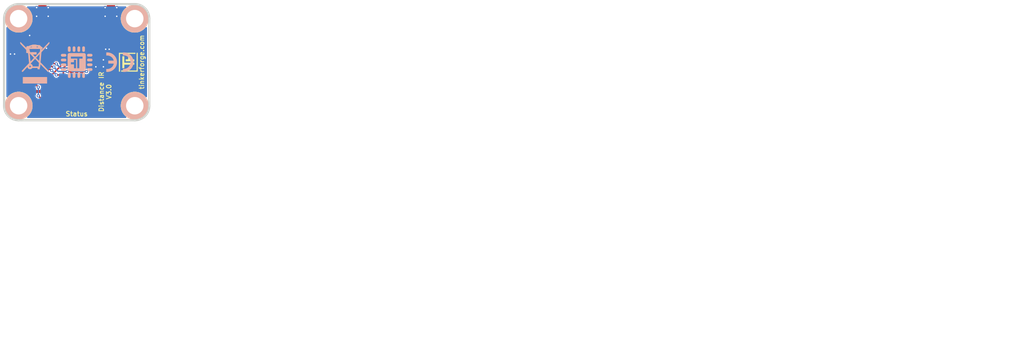
<source format=kicad_pcb>
(kicad_pcb (version 20171130) (host pcbnew 5.1.5+dfsg1-2build2)

  (general
    (thickness 1.6)
    (drawings 12)
    (tracks 183)
    (zones 0)
    (modules 24)
    (nets 36)
  )

  (page A4)
  (title_block
    (title "Distance IR Bricklet")
    (date 2020-06-22)
    (rev 3.0)
    (company "Tinkerforge GmbH")
    (comment 1 "Licensed under CERN OHL v.1.1")
    (comment 2 "Copyright (©) 2020, T.Schneidermann <tim@tinkerforge.com>")
  )

  (layers
    (0 F.Cu signal)
    (31 B.Cu signal)
    (32 B.Adhes user)
    (33 F.Adhes user)
    (34 B.Paste user)
    (35 F.Paste user)
    (36 B.SilkS user)
    (37 F.SilkS user)
    (38 B.Mask user)
    (39 F.Mask user)
    (40 Dwgs.User user)
    (41 Cmts.User user)
    (42 Eco1.User user)
    (43 Eco2.User user)
    (44 Edge.Cuts user)
    (45 Margin user)
    (46 B.CrtYd user)
    (47 F.CrtYd user)
    (48 B.Fab user)
    (49 F.Fab user)
  )

  (setup
    (last_trace_width 0.25)
    (user_trace_width 0.25)
    (user_trace_width 0.3)
    (user_trace_width 0.4)
    (user_trace_width 0.5)
    (user_trace_width 0.8)
    (trace_clearance 0.15)
    (zone_clearance 0.2)
    (zone_45_only no)
    (trace_min 0.15)
    (via_size 0.55)
    (via_drill 0.25)
    (via_min_size 0.4)
    (via_min_drill 0.25)
    (user_via 0.7 0.3)
    (uvia_size 0.3)
    (uvia_drill 0.1)
    (uvias_allowed no)
    (uvia_min_size 0.2)
    (uvia_min_drill 0.1)
    (edge_width 0.381)
    (segment_width 0.381)
    (pcb_text_width 0.3048)
    (pcb_text_size 1.524 2.032)
    (mod_edge_width 0.381)
    (mod_text_size 1.524 1.524)
    (mod_text_width 0.3048)
    (pad_size 0.8001 0.8001)
    (pad_drill 0.6)
    (pad_to_mask_clearance 0)
    (solder_mask_min_width 0.25)
    (aux_axis_origin 100 100)
    (grid_origin 100 100)
    (visible_elements FFFEFF7F)
    (pcbplotparams
      (layerselection 0x00010_00000000)
      (usegerberextensions false)
      (usegerberattributes false)
      (usegerberadvancedattributes false)
      (creategerberjobfile false)
      (excludeedgelayer true)
      (linewidth 0.050000)
      (plotframeref false)
      (viasonmask false)
      (mode 1)
      (useauxorigin false)
      (hpglpennumber 1)
      (hpglpenspeed 20)
      (hpglpendiameter 15.000000)
      (psnegative false)
      (psa4output false)
      (plotreference false)
      (plotvalue false)
      (plotinvisibletext false)
      (padsonsilk false)
      (subtractmaskfromsilk false)
      (outputformat 1)
      (mirror false)
      (drillshape 0)
      (scaleselection 1)
      (outputdirectory "/tmp/"))
  )

  (net 0 "")
  (net 1 GND)
  (net 2 SDA)
  (net 3 SCL)
  (net 4 VCC)
  (net 5 "Net-(C102-Pad2)")
  (net 6 "Net-(D101-Pad2)")
  (net 7 +5V)
  (net 8 "Net-(P101-Pad4)")
  (net 9 "Net-(P101-Pad5)")
  (net 10 "Net-(P101-Pad6)")
  (net 11 "Net-(P102-Pad1)")
  (net 12 "Net-(P103-Pad2)")
  (net 13 "Net-(R101-Pad1)")
  (net 14 XSHUT)
  (net 15 "Net-(RP1-Pad7)")
  (net 16 "Net-(RP1-Pad6)")
  (net 17 GPIO)
  (net 18 S-MISO)
  (net 19 S-MOSI)
  (net 20 S-CLK)
  (net 21 S-CS)
  (net 22 "Net-(RP102-Pad6)")
  (net 23 "Net-(RP102-Pad7)")
  (net 24 "Net-(U1-Pad8)")
  (net 25 "Net-(U101-Pad4)")
  (net 26 "Net-(U101-Pad5)")
  (net 27 "Net-(U101-Pad6)")
  (net 28 "Net-(U101-Pad12)")
  (net 29 "Net-(U101-Pad13)")
  (net 30 "Net-(U101-Pad16)")
  (net 31 "Net-(U101-Pad18)")
  (net 32 "Net-(U101-Pad7)")
  (net 33 "Net-(U101-Pad8)")
  (net 34 "Net-(U101-Pad11)")
  (net 35 "Net-(U101-Pad15)")

  (net_class Default "This is the default net class."
    (clearance 0.15)
    (trace_width 0.2)
    (via_dia 0.55)
    (via_drill 0.25)
    (uvia_dia 0.3)
    (uvia_drill 0.1)
    (add_net +5V)
    (add_net GND)
    (add_net GPIO)
    (add_net "Net-(C102-Pad2)")
    (add_net "Net-(D101-Pad2)")
    (add_net "Net-(P101-Pad4)")
    (add_net "Net-(P101-Pad5)")
    (add_net "Net-(P101-Pad6)")
    (add_net "Net-(P102-Pad1)")
    (add_net "Net-(P103-Pad2)")
    (add_net "Net-(R101-Pad1)")
    (add_net "Net-(RP1-Pad6)")
    (add_net "Net-(RP1-Pad7)")
    (add_net "Net-(RP102-Pad6)")
    (add_net "Net-(RP102-Pad7)")
    (add_net "Net-(U1-Pad8)")
    (add_net "Net-(U101-Pad11)")
    (add_net "Net-(U101-Pad12)")
    (add_net "Net-(U101-Pad13)")
    (add_net "Net-(U101-Pad15)")
    (add_net "Net-(U101-Pad16)")
    (add_net "Net-(U101-Pad18)")
    (add_net "Net-(U101-Pad4)")
    (add_net "Net-(U101-Pad5)")
    (add_net "Net-(U101-Pad6)")
    (add_net "Net-(U101-Pad7)")
    (add_net "Net-(U101-Pad8)")
    (add_net S-CLK)
    (add_net S-CS)
    (add_net S-MISO)
    (add_net S-MOSI)
    (add_net SCL)
    (add_net SDA)
    (add_net VCC)
    (add_net XSHUT)
  )

  (module kicad-libraries:VL53L1 (layer F.Cu) (tedit 5EF0A2D2) (tstamp 5EF0894B)
    (at 112.5 110 90)
    (path /5EF16B28)
    (fp_text reference U1 (at -0.6 0.1 90) (layer F.Fab)
      (effects (font (size 0.2 0.2) (thickness 0.05)))
    )
    (fp_text value VL53L1 (at 0.5 0.1 90) (layer F.Fab)
      (effects (font (size 0.2 0.2) (thickness 0.05)))
    )
    (fp_arc (start 0 -0.8) (end -0.35 -0.8) (angle -180) (layer F.Fab) (width 0.12))
    (fp_line (start 0.35 -1.25) (end 0.35 -0.8) (layer F.Fab) (width 0.12))
    (fp_line (start -0.35 -1.25) (end -0.35 -0.8) (layer F.Fab) (width 0.12))
    (fp_line (start 0.35 0.55) (end 0.35 1.25) (layer F.Fab) (width 0.12))
    (fp_line (start -0.35 0.55) (end 0.35 0.55) (layer F.Fab) (width 0.12))
    (fp_line (start -0.35 1.25) (end -0.35 0.55) (layer F.Fab) (width 0.12))
    (fp_poly (pts (xy 2.45 1.25) (xy 1.95 1.25) (xy 2.45 0.8)) (layer F.Fab) (width 0.1))
    (fp_circle (center 1.5 0) (end 1.9 0) (layer F.Fab) (width 0.1))
    (fp_circle (center -1.5 0) (end -1.05 0) (layer F.Fab) (width 0.1))
    (fp_line (start -2.45 1.25) (end -2.45 -1.25) (layer F.Fab) (width 0.12))
    (fp_line (start 2.45 1.25) (end -2.45 1.25) (layer F.Fab) (width 0.12))
    (fp_line (start 2.45 -1.25) (end 2.45 1.25) (layer F.Fab) (width 0.12))
    (fp_line (start -2.45 -1.25) (end 2.45 -1.25) (layer F.Fab) (width 0.12))
    (pad 1 smd rect (at 1.89 0.675 90) (size 0.08 0.25) (layers F.Cu F.Paste F.Mask)
      (net 4 VCC))
    (pad 11 smd rect (at 1.6 -0.8 90) (size 0.5 0.5) (layers F.Cu F.Paste F.Mask)
      (net 4 VCC))
    (pad 10 smd rect (at 0.8 -0.8 90) (size 0.5 0.5) (layers F.Cu F.Paste F.Mask)
      (net 2 SDA))
    (pad 9 smd rect (at 0 -0.8 90) (size 0.5 0.5) (layers F.Cu F.Paste F.Mask)
      (net 3 SCL))
    (pad 8 smd rect (at -0.8 -0.8 90) (size 0.5 0.5) (layers F.Cu F.Paste F.Mask)
      (net 24 "Net-(U1-Pad8)"))
    (pad 7 smd rect (at -1.6 -0.8 90) (size 0.5 0.5) (layers F.Cu F.Paste F.Mask)
      (net 17 GPIO))
    (pad 6 smd rect (at -1.6 0 90) (size 0.5 0.5) (layers F.Cu F.Paste F.Mask)
      (net 1 GND))
    (pad 5 smd rect (at -1.6 0.8 90) (size 0.5 0.5) (layers F.Cu F.Paste F.Mask)
      (net 14 XSHUT))
    (pad 4 smd rect (at -0.8 0.8 90) (size 0.5 0.5) (layers F.Cu F.Paste F.Mask)
      (net 1 GND))
    (pad 3 smd rect (at 0 0.8 90) (size 0.5 0.5) (layers F.Cu F.Paste F.Mask)
      (net 1 GND))
    (pad 2 smd rect (at 0.8 0.8 90) (size 0.5 0.5) (layers F.Cu F.Paste F.Mask)
      (net 1 GND))
    (pad 1 smd rect (at 1.6 0.8 90) (size 0.5 0.5) (layers F.Cu F.Paste F.Mask)
      (net 4 VCC))
    (pad 12 smd rect (at 1.6 0 90) (size 0.5 0.5) (layers F.Cu F.Paste F.Mask)
      (net 1 GND))
    (model ${KICAD_SYMBOL_DIR}/3d/Sensors_Detectors/VL53L1.wrl
      (at (xyz 0 0 0))
      (scale (xyz 1 1 1))
      (rotate (xyz 0 0 0))
    )
  )

  (module kicad-libraries:WEEE_7mm (layer B.Cu) (tedit 5922FFAE) (tstamp 5EF0ADBB)
    (at 105.3 110.1 180)
    (fp_text reference VAL (at 0 0) (layer B.SilkS) hide
      (effects (font (size 0.2 0.2) (thickness 0.05)) (justify mirror))
    )
    (fp_text value WEEE_7mm (at 0.75 0) (layer B.SilkS) hide
      (effects (font (size 0.2 0.2) (thickness 0.05)) (justify mirror))
    )
    (fp_poly (pts (xy 2.482863 3.409859) (xy 2.480804 3.376179) (xy 2.471206 3.341837) (xy 2.44964 3.301407)
      (xy 2.411675 3.249463) (xy 2.352883 3.180577) (xy 2.268835 3.089322) (xy 2.155101 2.970274)
      (xy 2.007251 2.818004) (xy 1.961444 2.771041) (xy 1.439333 2.23603) (xy 1.439333 1.978793)
      (xy 1.439333 1.721555) (xy 1.298222 1.721555) (xy 1.298222 1.994947) (xy 1.298222 2.099005)
      (xy 1.213555 2.017889) (xy 1.160676 1.962169) (xy 1.131131 1.921219) (xy 1.128889 1.913831)
      (xy 1.153434 1.897717) (xy 1.212566 1.89089) (xy 1.213555 1.890889) (xy 1.269418 1.895963)
      (xy 1.29309 1.922356) (xy 1.298206 1.986828) (xy 1.298222 1.994947) (xy 1.298222 1.721555)
      (xy 1.28539 1.721555) (xy 1.241376 1.723224) (xy 1.205837 1.724651) (xy 1.177386 1.720468)
      (xy 1.154636 1.705309) (xy 1.136199 1.673804) (xy 1.120687 1.620585) (xy 1.106713 1.540286)
      (xy 1.092889 1.427539) (xy 1.077827 1.276974) (xy 1.060141 1.083225) (xy 1.038443 0.840924)
      (xy 1.028031 0.725936) (xy 1.016 0.593851) (xy 1.016 2.342444) (xy 1.016 2.427111)
      (xy 0.964919 2.427111) (xy 0.964919 2.654131) (xy 0.96044 2.665934) (xy 0.910629 2.701752)
      (xy 0.825292 2.742703) (xy 0.723934 2.781372) (xy 0.626061 2.810345) (xy 0.551179 2.822208)
      (xy 0.549274 2.822222) (xy 0.494484 2.808563) (xy 0.479778 2.765778) (xy 0.476666 2.742735)
      (xy 0.461334 2.726991) (xy 0.424786 2.717163) (xy 0.358027 2.711867) (xy 0.252063 2.709719)
      (xy 0.239909 2.709686) (xy 0.239909 2.892647) (xy 0.233665 2.897338) (xy 0.218722 2.899226)
      (xy 0.112749 2.903792) (xy 0.007055 2.899226) (xy -0.017767 2.894178) (xy 0.007962 2.890336)
      (xy 0.078354 2.888317) (xy 0.112889 2.888155) (xy 0.197687 2.889381) (xy 0.239909 2.892647)
      (xy 0.239909 2.709686) (xy 0.112889 2.709333) (xy -0.254 2.709333) (xy -0.254 2.782537)
      (xy -0.256796 2.824575) (xy -0.274517 2.843911) (xy -0.321168 2.845575) (xy -0.402167 2.835755)
      (xy -0.502773 2.820747) (xy -0.559752 2.80431) (xy -0.585498 2.778111) (xy -0.592403 2.733815)
      (xy -0.592667 2.707668) (xy -0.592667 2.624667) (xy 0.201011 2.624667) (xy 0.434757 2.624964)
      (xy 0.617649 2.62606) (xy 0.755277 2.628256) (xy 0.853229 2.631858) (xy 0.917094 2.637169)
      (xy 0.952461 2.644492) (xy 0.964919 2.654131) (xy 0.964919 2.427111) (xy 0.026103 2.427111)
      (xy -0.874889 2.427111) (xy -0.874889 2.652889) (xy -0.884518 2.680377) (xy -0.887335 2.681111)
      (xy -0.91143 2.661335) (xy -0.917222 2.652889) (xy -0.914985 2.626883) (xy -0.904777 2.624667)
      (xy -0.876038 2.645153) (xy -0.874889 2.652889) (xy -0.874889 2.427111) (xy -0.963793 2.427111)
      (xy -0.943537 2.166055) (xy -0.938094 2.087369) (xy -0.932714 2.024235) (xy -0.92321 1.970393)
      (xy -0.905395 1.919583) (xy -0.875081 1.865545) (xy -0.828081 1.802019) (xy -0.760208 1.722746)
      (xy -0.667273 1.621464) (xy -0.54509 1.491915) (xy -0.389471 1.327837) (xy -0.366889 1.303985)
      (xy -0.042333 0.961041) (xy 0.205281 1.207243) (xy 0.452896 1.453444) (xy 0.099448 1.461343)
      (xy -0.254 1.469242) (xy -0.254 1.623621) (xy -0.254 1.778) (xy 0.183444 1.778)
      (xy 0.620889 1.778) (xy 0.620889 1.701353) (xy 0.622969 1.664993) (xy 0.634687 1.65375)
      (xy 0.664256 1.671682) (xy 0.719893 1.722845) (xy 0.776111 1.778) (xy 0.854414 1.857186)
      (xy 0.900636 1.914327) (xy 0.92323 1.966659) (xy 0.930646 2.031417) (xy 0.931333 2.094536)
      (xy 0.934803 2.190842) (xy 0.947055 2.241675) (xy 0.97085 2.257681) (xy 0.973667 2.257778)
      (xy 1.007275 2.28302) (xy 1.016 2.342444) (xy 1.016 0.593851) (xy 0.954054 -0.086239)
      (xy 1.34486 -0.498024) (xy 1.555216 -0.719617) (xy 1.729916 -0.903769) (xy 1.872041 -1.054091)
      (xy 1.984676 -1.174196) (xy 2.070901 -1.267694) (xy 2.133801 -1.338196) (xy 2.176457 -1.389314)
      (xy 2.201952 -1.424658) (xy 2.21337 -1.447841) (xy 2.213792 -1.462473) (xy 2.206301 -1.472165)
      (xy 2.19398 -1.480529) (xy 2.187398 -1.485028) (xy 2.139541 -1.515553) (xy 2.118022 -1.524)
      (xy 2.094879 -1.504317) (xy 2.039069 -1.449218) (xy 1.956356 -1.364626) (xy 1.852504 -1.256463)
      (xy 1.733278 -1.130652) (xy 1.678916 -1.072812) (xy 1.255889 -0.621625) (xy 1.239947 -0.712979)
      (xy 1.197516 -0.849251) (xy 1.119827 -0.950313) (xy 1.079557 -0.982306) (xy 1.017977 -1.011638)
      (xy 1.017977 -0.632978) (xy 0.995676 -0.556992) (xy 0.945013 -0.49721) (xy 0.945013 1.715394)
      (xy 0.94482 1.716067) (xy 0.923395 1.700567) (xy 0.870211 1.651048) (xy 0.792165 1.57462)
      (xy 0.696154 1.478392) (xy 0.589075 1.369476) (xy 0.477826 1.254981) (xy 0.369303 1.142017)
      (xy 0.270405 1.037695) (xy 0.188029 0.949124) (xy 0.129071 0.883415) (xy 0.100429 0.847678)
      (xy 0.098778 0.843916) (xy 0.117043 0.81413) (xy 0.166773 0.753937) (xy 0.240369 0.67125)
      (xy 0.330231 0.573984) (xy 0.42876 0.470051) (xy 0.528358 0.367365) (xy 0.621424 0.273839)
      (xy 0.70036 0.197387) (xy 0.757566 0.145921) (xy 0.785443 0.127355) (xy 0.786505 0.12776)
      (xy 0.793707 0.159396) (xy 0.805121 0.239895) (xy 0.819901 0.361901) (xy 0.837205 0.51806)
      (xy 0.856186 0.701015) (xy 0.876002 0.903411) (xy 0.878183 0.926402) (xy 0.897143 1.129855)
      (xy 0.913788 1.314176) (xy 0.927509 1.472128) (xy 0.937694 1.596473) (xy 0.943732 1.679974)
      (xy 0.945013 1.715394) (xy 0.945013 -0.49721) (xy 0.944024 -0.496043) (xy 0.871243 -0.460602)
      (xy 0.785555 -0.461141) (xy 0.764432 -0.470982) (xy 0.764432 -0.168896) (xy 0.745079 -0.120107)
      (xy 0.697438 -0.051745) (xy 0.618576 0.041481) (xy 0.505557 0.164861) (xy 0.374559 0.303585)
      (xy -0.041854 0.741711) (xy -0.132242 0.647751) (xy -0.132242 0.841738) (xy -0.508984 1.238599)
      (xy -0.625421 1.36067) (xy -0.727784 1.466874) (xy -0.810087 1.55109) (xy -0.866341 1.607198)
      (xy -0.89056 1.629078) (xy -0.891025 1.629119) (xy -0.890844 1.599805) (xy -0.886195 1.523686)
      (xy -0.877886 1.410152) (xy -0.866727 1.268597) (xy -0.853528 1.108412) (xy -0.839099 0.938988)
      (xy -0.824249 0.769717) (xy -0.809789 0.60999) (xy -0.796527 0.4692) (xy -0.785274 0.356738)
      (xy -0.776839 0.281995) (xy -0.772591 0.25543) (xy -0.74805 0.256656) (xy -0.687291 0.300651)
      (xy -0.590212 0.387499) (xy -0.456711 0.517286) (xy -0.445848 0.528132) (xy -0.132242 0.841738)
      (xy -0.132242 0.647751) (xy -0.403136 0.366149) (xy -0.532757 0.230252) (xy -0.62722 0.127772)
      (xy -0.691435 0.052372) (xy -0.730313 -0.002286) (xy -0.748765 -0.04254) (xy -0.751699 -0.074729)
      (xy -0.750572 -0.082317) (xy -0.742402 -0.14269) (xy -0.732359 -0.241951) (xy -0.722136 -0.362656)
      (xy -0.718145 -0.416278) (xy -0.699563 -0.677333) (xy -0.138115 -0.677333) (xy 0.423333 -0.677333)
      (xy 0.423333 -0.584835) (xy 0.449981 -0.463491) (xy 0.523642 -0.355175) (xy 0.63489 -0.272054)
      (xy 0.682126 -0.250719) (xy 0.73002 -0.228911) (xy 0.758434 -0.2034) (xy 0.764432 -0.168896)
      (xy 0.764432 -0.470982) (xy 0.711835 -0.495489) (xy 0.659024 -0.562819) (xy 0.647539 -0.649049)
      (xy 0.676635 -0.735445) (xy 0.723473 -0.788174) (xy 0.784468 -0.828555) (xy 0.830825 -0.846601)
      (xy 0.832555 -0.846667) (xy 0.877213 -0.830394) (xy 0.938072 -0.790949) (xy 0.941638 -0.788174)
      (xy 1.002705 -0.713529) (xy 1.017977 -0.632978) (xy 1.017977 -1.011638) (xy 0.949842 -1.044093)
      (xy 0.810166 -1.060981) (xy 0.675259 -1.034339) (xy 0.559855 -0.965538) (xy 0.525993 -0.9308)
      (xy 0.455199 -0.846667) (xy -0.0264 -0.846667) (xy -0.508 -0.846667) (xy -0.508 -0.959556)
      (xy -0.508 -1.072445) (xy -0.649111 -1.072445) (xy -0.790222 -1.072445) (xy -0.790222 -0.975954)
      (xy -0.803072 -0.881747) (xy -0.831861 -0.799565) (xy -0.85235 -0.735143) (xy -0.871496 -0.630455)
      (xy -0.886633 -0.501661) (xy -0.8916 -0.437445) (xy -0.909702 -0.155222) (xy -1.596125 -0.853722)
      (xy -1.756866 -1.017004) (xy -1.904817 -1.166738) (xy -2.035402 -1.29834) (xy -2.144049 -1.407222)
      (xy -2.226183 -1.4888) (xy -2.277232 -1.538486) (xy -2.292741 -1.552222) (xy -2.318618 -1.535182)
      (xy -2.3368 -1.518356) (xy -2.366614 -1.474736) (xy -2.370667 -1.458297) (xy -2.351653 -1.432751)
      (xy -2.297528 -1.371534) (xy -2.212667 -1.27931) (xy -2.101445 -1.160741) (xy -1.968236 -1.020491)
      (xy -1.817416 -0.863223) (xy -1.653359 -0.693601) (xy -1.649999 -0.690141) (xy -0.929331 0.051823)
      (xy -1.000888 0.874398) (xy -1.019193 1.08713) (xy -1.035769 1.284177) (xy -1.049992 1.457782)
      (xy -1.061239 1.600189) (xy -1.068889 1.70364) (xy -1.072318 1.760379) (xy -1.072445 1.765937)
      (xy -1.083169 1.796856) (xy -1.117145 1.848518) (xy -1.177081 1.924038) (xy -1.265681 2.026535)
      (xy -1.385653 2.159123) (xy -1.539703 2.324921) (xy -1.730537 2.527044) (xy -1.763174 2.561396)
      (xy -1.94576 2.753708) (xy -2.093058 2.909847) (xy -2.208848 3.034377) (xy -2.296909 3.131865)
      (xy -2.361021 3.206878) (xy -2.404962 3.263981) (xy -2.432513 3.30774) (xy -2.447452 3.342721)
      (xy -2.453559 3.373491) (xy -2.454619 3.396775) (xy -2.455333 3.505661) (xy -2.136329 3.170998)
      (xy -2.000627 3.028421) (xy -1.842494 2.861938) (xy -1.678217 2.688716) (xy -1.524082 2.52592)
      (xy -1.466152 2.46464) (xy -1.354055 2.346541) (xy -1.256193 2.244484) (xy -1.178749 2.164831)
      (xy -1.127907 2.113947) (xy -1.109886 2.09804) (xy -1.109577 2.126426) (xy -1.113821 2.195386)
      (xy -1.12076 2.279234) (xy -1.130834 2.37523) (xy -1.143684 2.427922) (xy -1.166434 2.45028)
      (xy -1.206208 2.455276) (xy -1.217475 2.455333) (xy -1.274769 2.462802) (xy -1.295863 2.497097)
      (xy -1.298222 2.54) (xy -1.290268 2.600887) (xy -1.25796 2.622991) (xy -1.232974 2.624667)
      (xy -1.165809 2.649307) (xy -1.106569 2.707387) (xy -1.038059 2.780849) (xy -0.96015 2.840472)
      (xy -0.90268 2.886543) (xy -0.87527 2.932359) (xy -0.874889 2.936944) (xy -0.866717 2.958171)
      (xy -0.836053 2.973488) (xy -0.773676 2.98482) (xy -0.670366 2.994091) (xy -0.571902 3.000209)
      (xy -0.444753 3.009947) (xy -0.342774 3.022633) (xy -0.277341 3.036575) (xy -0.259106 3.046795)
      (xy -0.227621 3.061127) (xy -0.152899 3.071083) (xy -0.047962 3.076818) (xy 0.074164 3.078489)
      (xy 0.200456 3.076251) (xy 0.31789 3.07026) (xy 0.41344 3.060673) (xy 0.474084 3.047645)
      (xy 0.488466 3.037844) (xy 0.523084 3.012128) (xy 0.59531 2.989452) (xy 0.645346 2.980608)
      (xy 0.752526 2.955733) (xy 0.873538 2.912358) (xy 0.942299 2.880321) (xy 1.046225 2.831835)
      (xy 1.128071 2.811654) (xy 1.210866 2.814154) (xy 1.212404 2.814358) (xy 1.324381 2.811082)
      (xy 1.398504 2.765955) (xy 1.435053 2.678737) (xy 1.439333 2.621893) (xy 1.416263 2.519845)
      (xy 1.351912 2.452433) (xy 1.25357 2.427141) (xy 1.249609 2.427111) (xy 1.20332 2.41653)
      (xy 1.186549 2.373932) (xy 1.185333 2.342444) (xy 1.192841 2.282987) (xy 1.210931 2.257784)
      (xy 1.211244 2.257778) (xy 1.236778 2.277108) (xy 1.296879 2.331881) (xy 1.386564 2.417269)
      (xy 1.500846 2.528446) (xy 1.634743 2.660585) (xy 1.783269 2.808858) (xy 1.859662 2.885722)
      (xy 2.48217 3.513666) (xy 2.482863 3.409859)) (layer B.SilkS) (width 0.1))
    (fp_poly (pts (xy 2.032 -3.527778) (xy -0.014111 -3.527778) (xy -2.060222 -3.527778) (xy -2.060222 -3.019778)
      (xy -2.060222 -2.511778) (xy -0.014111 -2.511778) (xy 2.032 -2.511778) (xy 2.032 -3.019778)
      (xy 2.032 -3.527778)) (layer B.SilkS) (width 0.1))
  )

  (module kicad-libraries:Logo_CoMCU (layer B.Cu) (tedit 0) (tstamp 5EF0AC8D)
    (at 112.5 110 180)
    (fp_text reference G*** (at 0 0 180) (layer B.SilkS) hide
      (effects (font (size 1.524 1.524) (thickness 0.3)) (justify mirror))
    )
    (fp_text value LOGO (at 0.75 0 180) (layer B.SilkS) hide
      (effects (font (size 1.524 1.524) (thickness 0.3)) (justify mirror))
    )
    (fp_poly (pts (xy 1.302426 2.714986) (xy 1.385193 2.695173) (xy 1.448716 2.651032) (xy 1.488807 2.593596)
      (xy 1.498765 2.569721) (xy 1.506035 2.53964) (xy 1.511013 2.498405) (xy 1.514092 2.441067)
      (xy 1.515668 2.362679) (xy 1.516135 2.258293) (xy 1.516136 2.25083) (xy 1.515342 2.133571)
      (xy 1.512268 2.042957) (xy 1.505877 1.974396) (xy 1.495131 1.923296) (xy 1.478993 1.885065)
      (xy 1.456425 1.855112) (xy 1.426389 1.828844) (xy 1.419657 1.82382) (xy 1.360147 1.796527)
      (xy 1.287294 1.78604) (xy 1.214634 1.793205) (xy 1.17262 1.808396) (xy 1.1267 1.841315)
      (xy 1.086441 1.884441) (xy 1.082743 1.889727) (xy 1.070561 1.909422) (xy 1.061539 1.930044)
      (xy 1.055203 1.956406) (xy 1.051082 1.993318) (xy 1.048701 2.045592) (xy 1.047589 2.118039)
      (xy 1.047272 2.215471) (xy 1.047262 2.25083) (xy 1.04743 2.356825) (xy 1.04825 2.436369)
      (xy 1.050194 2.494275) (xy 1.053736 2.535355) (xy 1.059347 2.56442) (xy 1.067501 2.58628)
      (xy 1.078671 2.605748) (xy 1.082743 2.611934) (xy 1.141092 2.67366) (xy 1.214652 2.708374)
      (xy 1.301301 2.715081) (xy 1.302426 2.714986)) (layer B.SilkS) (width 0.01))
    (fp_poly (pts (xy 0.512077 2.712) (xy 0.582008 2.681693) (xy 0.641477 2.626914) (xy 0.652273 2.611934)
      (xy 0.664483 2.59219) (xy 0.673516 2.571519) (xy 0.679849 2.545095) (xy 0.683958 2.508088)
      (xy 0.686317 2.455671) (xy 0.687404 2.383015) (xy 0.687693 2.285292) (xy 0.687696 2.252427)
      (xy 0.687423 2.145625) (xy 0.686374 2.065279) (xy 0.684129 2.006584) (xy 0.680271 1.964739)
      (xy 0.67438 1.934938) (xy 0.666039 1.912377) (xy 0.656577 1.895088) (xy 0.601994 1.833255)
      (xy 0.531919 1.795152) (xy 0.453186 1.782627) (xy 0.372631 1.79753) (xy 0.343633 1.810418)
      (xy 0.29221 1.851946) (xy 0.254 1.907514) (xy 0.241212 1.934594) (xy 0.231952 1.962009)
      (xy 0.225657 1.995261) (xy 0.221762 2.039848) (xy 0.219706 2.101273) (xy 0.218923 2.185035)
      (xy 0.218831 2.25083) (xy 0.219105 2.351262) (xy 0.220303 2.425934) (xy 0.222988 2.480348)
      (xy 0.227723 2.520004) (xy 0.235073 2.550403) (xy 0.245601 2.577045) (xy 0.254 2.594146)
      (xy 0.302646 2.658908) (xy 0.366082 2.700325) (xy 0.437997 2.718116) (xy 0.512077 2.712)) (layer B.SilkS) (width 0.01))
    (fp_poly (pts (xy -0.256169 2.694381) (xy -0.195331 2.645892) (xy -0.160215 2.594146) (xy -0.147427 2.567067)
      (xy -0.138167 2.539651) (xy -0.131871 2.5064) (xy -0.127977 2.461813) (xy -0.12592 2.400388)
      (xy -0.125138 2.316626) (xy -0.125046 2.25083) (xy -0.12532 2.150399) (xy -0.126518 2.075727)
      (xy -0.129203 2.021313) (xy -0.133938 1.981657) (xy -0.141288 1.951258) (xy -0.151815 1.924616)
      (xy -0.160215 1.907514) (xy -0.208103 1.844368) (xy -0.272338 1.801786) (xy -0.345588 1.782004)
      (xy -0.420518 1.787259) (xy -0.476738 1.810989) (xy -0.511115 1.83266) (xy -0.537413 1.85267)
      (xy -0.556714 1.875372) (xy -0.570101 1.905118) (xy -0.578655 1.946261) (xy -0.583458 2.003154)
      (xy -0.585592 2.080149) (xy -0.586138 2.181599) (xy -0.586153 2.251212) (xy -0.586153 2.592189)
      (xy -0.547077 2.63401) (xy -0.478495 2.688414) (xy -0.40339 2.716223) (xy -0.327402 2.718018)
      (xy -0.256169 2.694381)) (layer B.SilkS) (width 0.01))
    (fp_poly (pts (xy -1.127911 2.708395) (xy -1.067189 2.688788) (xy -1.052315 2.679565) (xy -1.020001 2.653051)
      (xy -0.995529 2.624111) (xy -0.977836 2.588125) (xy -0.965857 2.540477) (xy -0.958528 2.476546)
      (xy -0.954784 2.391713) (xy -0.953562 2.28136) (xy -0.953525 2.25083) (xy -0.954319 2.133571)
      (xy -0.957393 2.042957) (xy -0.963784 1.974396) (xy -0.97453 1.923296) (xy -0.990669 1.885065)
      (xy -1.013237 1.855112) (xy -1.043272 1.828844) (xy -1.050005 1.82382) (xy -1.109476 1.796533)
      (xy -1.182194 1.786027) (xy -1.254505 1.793159) (xy -1.296242 1.808396) (xy -1.333922 1.829753)
      (xy -1.362661 1.851947) (xy -1.383742 1.879412) (xy -1.39845 1.916584) (xy -1.408067 1.967897)
      (xy -1.413877 2.037786) (xy -1.417164 2.130686) (xy -1.418952 2.232388) (xy -1.419999 2.351896)
      (xy -1.418685 2.444662) (xy -1.414052 2.515174) (xy -1.405143 2.56792) (xy -1.391001 2.607389)
      (xy -1.370668 2.638067) (xy -1.343187 2.664444) (xy -1.323561 2.679565) (xy -1.268905 2.703784)
      (xy -1.199418 2.713394) (xy -1.127911 2.708395)) (layer B.SilkS) (width 0.01))
    (fp_poly (pts (xy -2.150399 1.437756) (xy -2.075727 1.436559) (xy -2.021313 1.433874) (xy -1.981657 1.429138)
      (xy -1.951258 1.421788) (xy -1.924616 1.411261) (xy -1.907514 1.402861) (xy -1.840944 1.353392)
      (xy -1.798796 1.28934) (xy -1.781652 1.216339) (xy -1.790093 1.140029) (xy -1.8247 1.066045)
      (xy -1.867614 1.016) (xy -1.882402 1.002906) (xy -1.897905 0.99306) (xy -1.918613 0.985926)
      (xy -1.949016 0.980971) (xy -1.993602 0.97766) (xy -2.056862 0.975459) (xy -2.143285 0.973835)
      (xy -2.232515 0.972585) (xy -2.341844 0.971309) (xy -2.424559 0.971039) (xy -2.485298 0.972112)
      (xy -2.528702 0.974867) (xy -2.559409 0.97964) (xy -2.582059 0.98677) (xy -2.601291 0.996593)
      (xy -2.606573 0.999796) (xy -2.668381 1.054024) (xy -2.705999 1.120889) (xy -2.719624 1.194084)
      (xy -2.709448 1.267303) (xy -2.675667 1.334239) (xy -2.618474 1.388585) (xy -2.594146 1.402861)
      (xy -2.567067 1.415649) (xy -2.539651 1.424909) (xy -2.5064 1.431205) (xy -2.461813 1.435099)
      (xy -2.400388 1.437156) (xy -2.316626 1.437938) (xy -2.25083 1.43803) (xy -2.150399 1.437756)) (layer B.SilkS) (width 0.01))
    (fp_poly (pts (xy 2.358119 1.422191) (xy 2.437377 1.421379) (xy 2.495031 1.419428) (xy 2.535908 1.415862)
      (xy 2.564837 1.410207) (xy 2.586646 1.401986) (xy 2.606162 1.390723) (xy 2.611935 1.386919)
      (xy 2.672005 1.330519) (xy 2.707542 1.262302) (xy 2.718829 1.188581) (xy 2.706147 1.115669)
      (xy 2.669779 1.049879) (xy 2.610005 0.997526) (xy 2.594147 0.988646) (xy 2.567241 0.975881)
      (xy 2.540302 0.966688) (xy 2.507831 0.960531) (xy 2.464326 0.956876) (xy 2.404287 0.955186)
      (xy 2.322212 0.954926) (xy 2.251427 0.95529) (xy 2.159967 0.956316) (xy 2.077762 0.958029)
      (xy 2.010598 0.960245) (xy 1.96426 0.962782) (xy 1.946031 0.96493) (xy 1.877178 0.996275)
      (xy 1.826727 1.047211) (xy 1.795417 1.111533) (xy 1.783992 1.183036) (xy 1.793192 1.255516)
      (xy 1.823759 1.322767) (xy 1.876435 1.378584) (xy 1.895088 1.391223) (xy 1.915263 1.402008)
      (xy 1.938543 1.409983) (xy 1.969733 1.415566) (xy 2.013636 1.419174) (xy 2.075056 1.421228)
      (xy 2.158797 1.422144) (xy 2.252427 1.422341) (xy 2.358119 1.422191)) (layer B.SilkS) (width 0.01))
    (fp_poly (pts (xy 2.357374 0.601529) (xy 2.43751 0.600481) (xy 2.496093 0.598215) (xy 2.537977 0.594308)
      (xy 2.568013 0.588335) (xy 2.591056 0.579873) (xy 2.608571 0.570523) (xy 2.669584 0.518266)
      (xy 2.706549 0.451671) (xy 2.719059 0.376852) (xy 2.706708 0.299927) (xy 2.669088 0.22701)
      (xy 2.634047 0.187569) (xy 2.6193 0.174481) (xy 2.603917 0.164655) (xy 2.583408 0.157574)
      (xy 2.553287 0.152717) (xy 2.509065 0.149566) (xy 2.446254 0.147602) (xy 2.360367 0.146306)
      (xy 2.269147 0.145374) (xy 2.170628 0.144855) (xy 2.081921 0.145205) (xy 2.008084 0.146337)
      (xy 1.954174 0.148165) (xy 1.925249 0.150604) (xy 1.922585 0.151271) (xy 1.894516 0.167908)
      (xy 1.862484 0.193466) (xy 1.81129 0.258281) (xy 1.785613 0.332225) (xy 1.784979 0.408642)
      (xy 1.808912 0.480878) (xy 1.856939 0.54228) (xy 1.88908 0.566369) (xy 1.910311 0.578597)
      (xy 1.932303 0.587634) (xy 1.959961 0.593962) (xy 1.99819 0.59806) (xy 2.051895 0.600409)
      (xy 2.125983 0.601488) (xy 2.225358 0.601779) (xy 2.250831 0.601784) (xy 2.357374 0.601529)) (layer B.SilkS) (width 0.01))
    (fp_poly (pts (xy -2.137202 0.609403) (xy -2.059333 0.608536) (xy -2.002899 0.60648) (xy -1.962986 0.602738)
      (xy -1.934681 0.596816) (xy -1.91307 0.588218) (xy -1.893242 0.576449) (xy -1.889727 0.574119)
      (xy -1.828001 0.51577) (xy -1.793286 0.44221) (xy -1.78658 0.355561) (xy -1.786675 0.354435)
      (xy -1.806488 0.271668) (xy -1.850628 0.208146) (xy -1.908065 0.168055) (xy -1.93194 0.158097)
      (xy -1.962021 0.150827) (xy -2.003256 0.145849) (xy -2.060594 0.142769) (xy -2.138981 0.141193)
      (xy -2.243367 0.140727) (xy -2.25083 0.140725) (xy -2.356997 0.141136) (xy -2.436857 0.142631)
      (xy -2.49536 0.145606) (xy -2.537452 0.150454) (xy -2.568083 0.157571) (xy -2.592199 0.16735)
      (xy -2.593596 0.168055) (xy -2.656549 0.211659) (xy -2.69457 0.268165) (xy -2.710814 0.343095)
      (xy -2.711938 0.375138) (xy -2.702661 0.457928) (xy -2.672725 0.520337) (xy -2.618976 0.567886)
      (xy -2.593596 0.582222) (xy -2.570158 0.592023) (xy -2.54065 0.599225) (xy -2.500224 0.604203)
      (xy -2.444036 0.607334) (xy -2.36724 0.608995) (xy -2.264989 0.60956) (xy -2.241419 0.609575)
      (xy -2.137202 0.609403)) (layer B.SilkS) (width 0.01))
    (fp_poly (pts (xy 2.356997 -0.219291) (xy 2.436858 -0.220786) (xy 2.49536 -0.22376) (xy 2.537453 -0.228609)
      (xy 2.568083 -0.235725) (xy 2.5922 -0.245504) (xy 2.593597 -0.246209) (xy 2.65655 -0.289813)
      (xy 2.694571 -0.34632) (xy 2.710814 -0.421249) (xy 2.711939 -0.453293) (xy 2.702661 -0.536083)
      (xy 2.672726 -0.598492) (xy 2.618977 -0.64604) (xy 2.593597 -0.660376) (xy 2.55349 -0.67205)
      (xy 2.488955 -0.680906) (xy 2.406699 -0.686944) (xy 2.313429 -0.690163) (xy 2.215851 -0.690564)
      (xy 2.120673 -0.688147) (xy 2.034601 -0.682911) (xy 1.964341 -0.674857) (xy 1.9166 -0.663985)
      (xy 1.908065 -0.660376) (xy 1.845112 -0.616772) (xy 1.807091 -0.560266) (xy 1.790848 -0.485336)
      (xy 1.789723 -0.453293) (xy 1.799001 -0.370503) (xy 1.828936 -0.308094) (xy 1.882685 -0.260545)
      (xy 1.908065 -0.246209) (xy 1.93194 -0.236252) (xy 1.962021 -0.228981) (xy 2.003257 -0.224003)
      (xy 2.060594 -0.220924) (xy 2.138982 -0.219348) (xy 2.243368 -0.218881) (xy 2.250831 -0.21888)
      (xy 2.356997 -0.219291)) (layer B.SilkS) (width 0.01))
    (fp_poly (pts (xy -2.132431 -0.219281) (xy -2.040949 -0.221362) (xy -1.972047 -0.226169) (xy -1.921386 -0.234797)
      (xy -1.884628 -0.248342) (xy -1.857433 -0.2679) (xy -1.835463 -0.294566) (xy -1.814642 -0.328967)
      (xy -1.787837 -0.405867) (xy -1.788061 -0.485725) (xy -1.813376 -0.56095) (xy -1.861841 -0.623954)
      (xy -1.896704 -0.65007) (xy -1.918451 -0.661123) (xy -1.945138 -0.669239) (xy -1.981886 -0.674942)
      (xy -2.033818 -0.678753) (xy -2.106054 -0.681194) (xy -2.203719 -0.682787) (xy -2.219569 -0.68297)
      (xy -2.312376 -0.683301) (xy -2.397323 -0.682291) (xy -2.468201 -0.680114) (xy -2.518801 -0.676945)
      (xy -2.54 -0.67395) (xy -2.6115 -0.645258) (xy -2.663676 -0.597705) (xy -2.687313 -0.561464)
      (xy -2.71546 -0.481394) (xy -2.71343 -0.39877) (xy -2.687019 -0.328967) (xy -2.66595 -0.294202)
      (xy -2.643943 -0.267627) (xy -2.61666 -0.248147) (xy -2.579761 -0.234667) (xy -2.528908 -0.226091)
      (xy -2.459763 -0.221323) (xy -2.367986 -0.219268) (xy -2.25083 -0.218831) (xy -2.132431 -0.219281)) (layer B.SilkS) (width 0.01))
    (fp_poly (pts (xy -2.144664 -1.032091) (xy -2.064804 -1.033586) (xy -2.006301 -1.03656) (xy -1.964209 -1.041409)
      (xy -1.933578 -1.048525) (xy -1.909462 -1.058304) (xy -1.908065 -1.059009) (xy -1.842404 -1.107477)
      (xy -1.801986 -1.173785) (xy -1.786675 -1.24539) (xy -1.793035 -1.332185) (xy -1.827414 -1.405917)
      (xy -1.888818 -1.464464) (xy -1.889727 -1.465073) (xy -1.909422 -1.477255) (xy -1.930044 -1.486277)
      (xy -1.956406 -1.492613) (xy -1.993318 -1.496734) (xy -2.045592 -1.499115) (xy -2.118039 -1.500227)
      (xy -2.215471 -1.500544) (xy -2.25083 -1.500554) (xy -2.356825 -1.500386) (xy -2.436369 -1.499566)
      (xy -2.494275 -1.497622) (xy -2.535355 -1.49408) (xy -2.56442 -1.488469) (xy -2.58628 -1.480315)
      (xy -2.605748 -1.469145) (xy -2.611934 -1.465073) (xy -2.67366 -1.406724) (xy -2.708374 -1.333164)
      (xy -2.715081 -1.246515) (xy -2.714986 -1.24539) (xy -2.695173 -1.162623) (xy -2.651032 -1.0991)
      (xy -2.593596 -1.059009) (xy -2.569721 -1.049052) (xy -2.53964 -1.041781) (xy -2.498405 -1.036803)
      (xy -2.441067 -1.033724) (xy -2.362679 -1.032148) (xy -2.258293 -1.031681) (xy -2.25083 -1.03168)
      (xy -2.144664 -1.032091)) (layer B.SilkS) (width 0.01))
    (fp_poly (pts (xy 2.625332 -1.088201) (xy 2.685044 -1.155778) (xy 2.715461 -1.231666) (xy 2.715908 -1.312741)
      (xy 2.68998 -1.387854) (xy 2.667293 -1.426985) (xy 2.6417 -1.456709) (xy 2.608709 -1.478365)
      (xy 2.563823 -1.493288) (xy 2.502548 -1.502818) (xy 2.420388 -1.508291) (xy 2.31285 -1.511044)
      (xy 2.274277 -1.511548) (xy 2.180828 -1.51188) (xy 2.095835 -1.510833) (xy 2.025218 -1.508585)
      (xy 1.974898 -1.505314) (xy 1.952496 -1.50186) (xy 1.873902 -1.46247) (xy 1.817978 -1.40323)
      (xy 1.787231 -1.327479) (xy 1.781908 -1.274677) (xy 1.796929 -1.193757) (xy 1.841938 -1.12155)
      (xy 1.876331 -1.088201) (xy 1.924984 -1.047262) (xy 2.576679 -1.047262) (xy 2.625332 -1.088201)) (layer B.SilkS) (width 0.01))
    (fp_poly (pts (xy 1.401473 1.517994) (xy 1.47671 1.460826) (xy 1.52785 1.38703) (xy 1.544753 1.345821)
      (xy 1.548306 1.326172) (xy 1.551427 1.288223) (xy 1.554134 1.230636) (xy 1.556445 1.152071)
      (xy 1.558379 1.051191) (xy 1.559953 0.926656) (xy 1.561186 0.777128) (xy 1.562096 0.601268)
      (xy 1.5627 0.397737) (xy 1.563017 0.165198) (xy 1.563077 -0.01065) (xy 1.563023 -0.246037)
      (xy 1.562836 -0.452171) (xy 1.56248 -0.631062) (xy 1.561921 -0.78472) (xy 1.561121 -0.915154)
      (xy 1.560047 -1.024374) (xy 1.558661 -1.114388) (xy 1.556928 -1.187205) (xy 1.554812 -1.244836)
      (xy 1.552278 -1.28929) (xy 1.54929 -1.322576) (xy 1.545813 -1.346702) (xy 1.541809 -1.36368)
      (xy 1.538885 -1.371889) (xy 1.490496 -1.453457) (xy 1.420224 -1.514817) (xy 1.387854 -1.533337)
      (xy 1.376626 -1.538582) (xy 1.363374 -1.543171) (xy 1.346058 -1.547145) (xy 1.322638 -1.550548)
      (xy 1.291076 -1.553423) (xy 1.249332 -1.555812) (xy 1.195365 -1.557757) (xy 1.127137 -1.559302)
      (xy 1.042608 -1.56049) (xy 0.939738 -1.561362) (xy 0.816487 -1.561961) (xy 0.670817 -1.562331)
      (xy 0.500687 -1.562513) (xy 0.304058 -1.562552) (xy 0.078891 -1.562488) (xy -0.003285 -1.562451)
      (xy -0.24064 -1.562292) (xy -0.448714 -1.562028) (xy -0.629489 -1.561622) (xy -0.784944 -1.561039)
      (xy -0.917061 -1.560241) (xy -1.027821 -1.559192) (xy -1.119205 -1.557856) (xy -1.193192 -1.556197)
      (xy -1.251765 -1.554178) (xy -1.296903 -1.551762) (xy -1.330588 -1.548914) (xy -1.354801 -1.545598)
      (xy -1.371521 -1.541775) (xy -1.382731 -1.537411) (xy -1.383323 -1.537105) (xy -1.46355 -1.481491)
      (xy -1.519889 -1.409949) (xy -1.533534 -1.383323) (xy -1.53865 -1.370983) (xy -1.543125 -1.35621)
      (xy -1.547003 -1.336953) (xy -1.550328 -1.311158) (xy -1.553142 -1.276771) (xy -1.555489 -1.231739)
      (xy -1.557412 -1.174008) (xy -1.558954 -1.101527) (xy -1.560159 -1.012239) (xy -1.56107 -0.904094)
      (xy -1.56173 -0.775037) (xy -1.562183 -0.623015) (xy -1.562472 -0.445974) (xy -1.56264 -0.241862)
      (xy -1.562731 -0.008624) (xy -1.562733 0.001449) (xy -1.562984 0.969107) (xy -1.016 0.969107)
      (xy -1.016 0.6096) (xy -0.453292 0.6096) (xy -0.453292 -1.047262) (xy -0.093784 -1.047262)
      (xy -0.093784 0.4064) (xy 0.109416 0.4064) (xy 0.109416 -1.047262) (xy 0.468923 -1.047262)
      (xy 0.468923 -0.375139) (xy 1.00037 -0.375139) (xy 1.00037 -0.016387) (xy 0.738554 -0.012101)
      (xy 0.476739 -0.007816) (xy 0.472377 0.199292) (xy 0.468016 0.4064) (xy 0.109416 0.4064)
      (xy -0.093784 0.4064) (xy -0.093784 0.6096) (xy 1.00037 0.6096) (xy 1.00037 0.969107)
      (xy -1.016 0.969107) (xy -1.562984 0.969107) (xy -1.563077 1.323698) (xy -1.526694 1.392587)
      (xy -1.471264 1.464884) (xy -1.414596 1.508369) (xy -1.338882 1.555261) (xy 1.336431 1.555261)
      (xy 1.401473 1.517994)) (layer B.SilkS) (width 0.01))
    (fp_poly (pts (xy 1.346689 -1.796257) (xy 1.417899 -1.835911) (xy 1.459615 -1.876331) (xy 1.500554 -1.924984)
      (xy 1.500554 -2.576679) (xy 1.459615 -2.625332) (xy 1.392744 -2.68417) (xy 1.31729 -2.714883)
      (xy 1.237726 -2.716573) (xy 1.15852 -2.688344) (xy 1.155117 -2.686403) (xy 1.118225 -2.663117)
      (xy 1.090106 -2.638629) (xy 1.069578 -2.608492) (xy 1.055461 -2.568257) (xy 1.046573 -2.513474)
      (xy 1.041732 -2.439696) (xy 1.039757 -2.342474) (xy 1.039447 -2.250831) (xy 1.039629 -2.145299)
      (xy 1.040495 -2.066123) (xy 1.042527 -2.008397) (xy 1.046203 -1.967215) (xy 1.052004 -1.937674)
      (xy 1.060411 -1.914866) (xy 1.071903 -1.893886) (xy 1.074862 -1.88908) (xy 1.128828 -1.828558)
      (xy 1.196134 -1.79278) (xy 1.270761 -1.781947) (xy 1.346689 -1.796257)) (layer B.SilkS) (width 0.01))
    (fp_poly (pts (xy 0.473995 -1.786675) (xy 0.555073 -1.805797) (xy 0.617389 -1.84902) (xy 0.658815 -1.907213)
      (xy 0.669288 -1.930311) (xy 0.67693 -1.958095) (xy 0.682167 -1.995603) (xy 0.685428 -2.047877)
      (xy 0.68714 -2.119956) (xy 0.687731 -2.216879) (xy 0.687754 -2.248225) (xy 0.686957 -2.365713)
      (xy 0.683869 -2.456527) (xy 0.677448 -2.52523) (xy 0.666651 -2.576385) (xy 0.650435 -2.614554)
      (xy 0.627757 -2.6443) (xy 0.597573 -2.670185) (xy 0.590045 -2.675656) (xy 0.523925 -2.705859)
      (xy 0.446804 -2.715881) (xy 0.372136 -2.70476) (xy 0.344189 -2.693266) (xy 0.298269 -2.660346)
      (xy 0.25801 -2.61722) (xy 0.254312 -2.611935) (xy 0.24213 -2.59224) (xy 0.233108 -2.571617)
      (xy 0.226773 -2.545256) (xy 0.222651 -2.508344) (xy 0.22027 -2.45607) (xy 0.219158 -2.383623)
      (xy 0.218842 -2.286191) (xy 0.218831 -2.250831) (xy 0.218999 -2.144837) (xy 0.219819 -2.065292)
      (xy 0.221764 -2.007386) (xy 0.225305 -1.966306) (xy 0.230917 -1.937242) (xy 0.239071 -1.915382)
      (xy 0.25024 -1.895913) (xy 0.254312 -1.889727) (xy 0.312661 -1.828001) (xy 0.386221 -1.793287)
      (xy 0.47287 -1.78658) (xy 0.473995 -1.786675)) (layer B.SilkS) (width 0.01))
    (fp_poly (pts (xy -0.287426 -1.800234) (xy -0.220294 -1.840199) (xy -0.176157 -1.889727) (xy -0.163976 -1.909422)
      (xy -0.154954 -1.930045) (xy -0.148618 -1.956407) (xy -0.144496 -1.993319) (xy -0.142116 -2.045593)
      (xy -0.141004 -2.11804) (xy -0.140687 -2.215471) (xy -0.140677 -2.250831) (xy -0.140845 -2.356825)
      (xy -0.141665 -2.43637) (xy -0.143609 -2.494276) (xy -0.147151 -2.535356) (xy -0.152762 -2.56442)
      (xy -0.160916 -2.586281) (xy -0.172086 -2.605749) (xy -0.176157 -2.611935) (xy -0.233584 -2.671915)
      (xy -0.305711 -2.707875) (xy -0.38535 -2.717967) (xy -0.465312 -2.700346) (xy -0.484797 -2.691244)
      (xy -0.53575 -2.650252) (xy -0.575196 -2.593551) (xy -0.587718 -2.567953) (xy -0.596833 -2.543045)
      (xy -0.602985 -2.513656) (xy -0.606613 -2.474614) (xy -0.60816 -2.420747) (xy -0.608067 -2.346881)
      (xy -0.606776 -2.247846) (xy -0.606458 -2.227385) (xy -0.604651 -2.123601) (xy -0.602566 -2.04616)
      (xy -0.59961 -1.990143) (xy -0.595191 -1.950633) (xy -0.588714 -1.922712) (xy -0.579587 -1.901463)
      (xy -0.567217 -1.881967) (xy -0.564291 -1.877832) (xy -0.507432 -1.822397) (xy -0.437799 -1.791125)
      (xy -0.362195 -1.783807) (xy -0.287426 -1.800234)) (layer B.SilkS) (width 0.01))
    (fp_poly (pts (xy -1.083326 -1.807455) (xy -1.021749 -1.855631) (xy -0.996708 -1.88908) (xy -0.98448 -1.910311)
      (xy -0.975442 -1.932303) (xy -0.969114 -1.959961) (xy -0.965016 -1.99819) (xy -0.962667 -2.051895)
      (xy -0.961588 -2.125983) (xy -0.961298 -2.225358) (xy -0.961292 -2.250831) (xy -0.961474 -2.356363)
      (xy -0.962341 -2.435539) (xy -0.964372 -2.493265) (xy -0.968048 -2.534447) (xy -0.97385 -2.563989)
      (xy -0.982256 -2.586797) (xy -0.993749 -2.607776) (xy -0.996708 -2.612582) (xy -1.0485 -2.669267)
      (xy -1.116082 -2.705676) (xy -1.191105 -2.719696) (xy -1.265225 -2.709215) (xy -1.305169 -2.690672)
      (xy -1.339545 -2.669002) (xy -1.365843 -2.648992) (xy -1.385145 -2.62629) (xy -1.398532 -2.596544)
      (xy -1.407086 -2.555401) (xy -1.411889 -2.498508) (xy -1.414022 -2.421512) (xy -1.414569 -2.320062)
      (xy -1.414584 -2.250449) (xy -1.414584 -1.909473) (xy -1.375507 -1.867651) (xy -1.30749 -1.813994)
      (xy -1.232151 -1.7863) (xy -1.155444 -1.784232) (xy -1.083326 -1.807455)) (layer B.SilkS) (width 0.01))
  )

  (module kicad-libraries:CE_5mm (layer B.Cu) (tedit 5922FFD4) (tstamp 5EF0ABD1)
    (at 119.9 110 180)
    (fp_text reference VAL (at 0 0) (layer B.SilkS) hide
      (effects (font (size 0.2 0.2) (thickness 0.05)) (justify mirror))
    )
    (fp_text value CE_5mm (at 0 0) (layer B.SilkS) hide
      (effects (font (size 0.2 0.2) (thickness 0.05)) (justify mirror))
    )
    (fp_poly (pts (xy 2.3114 -1.67132) (xy 2.30124 -1.67132) (xy 2.28854 -1.67386) (xy 2.26822 -1.6764)
      (xy 2.24282 -1.6764) (xy 2.21742 -1.67894) (xy 2.18694 -1.67894) (xy 2.15646 -1.67894)
      (xy 2.12852 -1.67894) (xy 2.10058 -1.67894) (xy 2.07518 -1.67894) (xy 2.05232 -1.67894)
      (xy 2.04978 -1.67894) (xy 1.96088 -1.67132) (xy 1.87706 -1.66116) (xy 1.79578 -1.64592)
      (xy 1.7145 -1.6256) (xy 1.65862 -1.61036) (xy 1.55956 -1.57988) (xy 1.46304 -1.53924)
      (xy 1.36906 -1.49606) (xy 1.27762 -1.44526) (xy 1.18872 -1.38938) (xy 1.1049 -1.32588)
      (xy 1.02362 -1.25984) (xy 0.94742 -1.18872) (xy 0.8763 -1.11252) (xy 0.81026 -1.03378)
      (xy 0.762 -0.96774) (xy 0.70358 -0.87884) (xy 0.65024 -0.78994) (xy 0.60452 -0.69596)
      (xy 0.56642 -0.60198) (xy 0.53086 -0.50546) (xy 0.50546 -0.4064) (xy 0.4826 -0.30734)
      (xy 0.46736 -0.20828) (xy 0.4572 -0.10668) (xy 0.45466 -0.00508) (xy 0.4572 0.09398)
      (xy 0.46482 0.19558) (xy 0.48006 0.29464) (xy 0.50038 0.39624) (xy 0.52832 0.49276)
      (xy 0.56134 0.58928) (xy 0.59944 0.68326) (xy 0.64516 0.77724) (xy 0.69596 0.86868)
      (xy 0.75184 0.95504) (xy 0.79248 1.01092) (xy 0.85852 1.0922) (xy 0.9271 1.1684)
      (xy 1.0033 1.24206) (xy 1.08204 1.31064) (xy 1.16332 1.3716) (xy 1.24968 1.42748)
      (xy 1.33858 1.48082) (xy 1.43256 1.52654) (xy 1.52654 1.56718) (xy 1.6256 1.6002)
      (xy 1.72466 1.62814) (xy 1.82626 1.651) (xy 1.9304 1.66878) (xy 2.03454 1.6764)
      (xy 2.13614 1.68148) (xy 2.15392 1.68148) (xy 2.17424 1.67894) (xy 2.19964 1.67894)
      (xy 2.2225 1.67894) (xy 2.24536 1.6764) (xy 2.26568 1.67386) (xy 2.28346 1.67386)
      (xy 2.29616 1.67132) (xy 2.2987 1.67132) (xy 2.30886 1.67132) (xy 2.30886 1.40208)
      (xy 2.30886 1.13538) (xy 2.29108 1.13792) (xy 2.2352 1.143) (xy 2.17678 1.14554)
      (xy 2.11836 1.14554) (xy 2.06248 1.143) (xy 2.00914 1.13792) (xy 2.0066 1.13792)
      (xy 1.9177 1.12268) (xy 1.83134 1.10236) (xy 1.74752 1.07442) (xy 1.66878 1.0414)
      (xy 1.59004 1.0033) (xy 1.51638 0.95758) (xy 1.44526 0.90932) (xy 1.37668 0.85344)
      (xy 1.31318 0.79248) (xy 1.25476 0.72644) (xy 1.21158 0.67056) (xy 1.16586 0.60452)
      (xy 1.12268 0.53086) (xy 1.08712 0.4572) (xy 1.0541 0.37592) (xy 1.03378 0.31242)
      (xy 1.0287 0.29464) (xy 1.02616 0.28194) (xy 1.02362 0.27178) (xy 1.02108 0.2667)
      (xy 1.02362 0.2667) (xy 1.0287 0.26416) (xy 1.03378 0.26416) (xy 1.04394 0.26416)
      (xy 1.0541 0.26416) (xy 1.06934 0.26416) (xy 1.08712 0.26416) (xy 1.10998 0.26416)
      (xy 1.13538 0.26162) (xy 1.16586 0.26162) (xy 1.20142 0.26162) (xy 1.23952 0.26162)
      (xy 1.28524 0.26162) (xy 1.33604 0.26162) (xy 1.39192 0.26162) (xy 1.45542 0.26162)
      (xy 1.49352 0.26162) (xy 1.96596 0.26162) (xy 1.96596 0.01016) (xy 1.96596 -0.2413)
      (xy 1.48844 -0.24384) (xy 1.00838 -0.24384) (xy 1.02362 -0.29972) (xy 1.03632 -0.35052)
      (xy 1.05156 -0.39624) (xy 1.06934 -0.43942) (xy 1.08712 -0.48514) (xy 1.10998 -0.53086)
      (xy 1.11506 -0.54102) (xy 1.1557 -0.61722) (xy 1.20396 -0.68834) (xy 1.2573 -0.75692)
      (xy 1.31572 -0.82296) (xy 1.37922 -0.88138) (xy 1.44526 -0.93726) (xy 1.48082 -0.96266)
      (xy 1.55448 -1.01092) (xy 1.63068 -1.05156) (xy 1.70942 -1.08712) (xy 1.7907 -1.1176)
      (xy 1.87706 -1.143) (xy 1.96596 -1.16078) (xy 1.98374 -1.16332) (xy 2.01168 -1.16586)
      (xy 2.04216 -1.1684) (xy 2.07518 -1.17094) (xy 2.11074 -1.17094) (xy 2.1463 -1.17348)
      (xy 2.18186 -1.17348) (xy 2.21742 -1.17094) (xy 2.2479 -1.17094) (xy 2.27584 -1.1684)
      (xy 2.2987 -1.16586) (xy 2.30378 -1.16332) (xy 2.3114 -1.16332) (xy 2.3114 -1.41732)
      (xy 2.3114 -1.67132)) (layer B.SilkS) (width 0.00254))
    (fp_poly (pts (xy -0.55372 -1.67132) (xy -0.5715 -1.67386) (xy -0.57912 -1.6764) (xy -0.59436 -1.6764)
      (xy -0.61214 -1.6764) (xy -0.635 -1.6764) (xy -0.65786 -1.67894) (xy -0.68326 -1.67894)
      (xy -0.70866 -1.67894) (xy -0.73406 -1.67894) (xy -0.75692 -1.67894) (xy -0.7747 -1.67894)
      (xy -0.7874 -1.67894) (xy -0.79756 -1.67894) (xy -0.80518 -1.67894) (xy -0.82042 -1.6764)
      (xy -0.83566 -1.6764) (xy -0.85598 -1.67386) (xy -0.95758 -1.66116) (xy -1.05664 -1.64338)
      (xy -1.15824 -1.62052) (xy -1.2573 -1.59004) (xy -1.35382 -1.55194) (xy -1.40462 -1.53162)
      (xy -1.49606 -1.4859) (xy -1.58496 -1.4351) (xy -1.67386 -1.37922) (xy -1.75514 -1.31826)
      (xy -1.83642 -1.24968) (xy -1.91008 -1.17856) (xy -1.9812 -1.10236) (xy -2.04724 -1.02108)
      (xy -2.1082 -0.93726) (xy -2.14884 -0.87376) (xy -2.18694 -0.80772) (xy -2.2225 -0.7366)
      (xy -2.25552 -0.66548) (xy -2.286 -0.59436) (xy -2.30886 -0.52324) (xy -2.3114 -0.51562)
      (xy -2.34188 -0.41402) (xy -2.36474 -0.30988) (xy -2.37998 -0.20574) (xy -2.39014 -0.09906)
      (xy -2.39268 0.00508) (xy -2.39014 0.11176) (xy -2.37998 0.2159) (xy -2.36474 0.31496)
      (xy -2.34188 0.41402) (xy -2.3114 0.51308) (xy -2.27838 0.6096) (xy -2.23774 0.70612)
      (xy -2.19202 0.79756) (xy -2.14122 0.88646) (xy -2.10566 0.9398) (xy -2.0447 1.02362)
      (xy -1.97866 1.1049) (xy -1.90754 1.1811) (xy -1.83388 1.25222) (xy -1.7526 1.31826)
      (xy -1.66878 1.38176) (xy -1.58242 1.43764) (xy -1.49098 1.48844) (xy -1.397 1.53416)
      (xy -1.30048 1.5748) (xy -1.20142 1.60782) (xy -1.19888 1.60782) (xy -1.10998 1.63322)
      (xy -1.016 1.651) (xy -0.92202 1.66624) (xy -0.8255 1.6764) (xy -0.73152 1.67894)
      (xy -0.64008 1.67894) (xy -0.58166 1.67386) (xy -0.55372 1.67386) (xy -0.55372 1.4097)
      (xy -0.55372 1.14808) (xy -0.56134 1.15062) (xy -0.57658 1.15316) (xy -0.5969 1.1557)
      (xy -0.6223 1.15824) (xy -0.65024 1.15824) (xy -0.68072 1.15824) (xy -0.71374 1.15824)
      (xy -0.74676 1.15824) (xy -0.77724 1.15824) (xy -0.80772 1.1557) (xy -0.83312 1.15316)
      (xy -0.8509 1.15062) (xy -0.9398 1.13538) (xy -1.02616 1.11506) (xy -1.10998 1.08712)
      (xy -1.19126 1.0541) (xy -1.27 1.01346) (xy -1.34366 0.97028) (xy -1.41478 0.91948)
      (xy -1.48336 0.86106) (xy -1.524 0.82296) (xy -1.58496 0.75692) (xy -1.64084 0.68834)
      (xy -1.6891 0.61468) (xy -1.73228 0.54102) (xy -1.77038 0.46228) (xy -1.8034 0.381)
      (xy -1.8288 0.29718) (xy -1.84658 0.21082) (xy -1.85928 0.12192) (xy -1.86182 0.09906)
      (xy -1.86436 0.0762) (xy -1.86436 0.04572) (xy -1.86436 0.0127) (xy -1.86436 -0.02286)
      (xy -1.86436 -0.05842) (xy -1.86182 -0.09144) (xy -1.85928 -0.12192) (xy -1.85674 -0.14986)
      (xy -1.85674 -0.16256) (xy -1.8415 -0.24384) (xy -1.82118 -0.32258) (xy -1.79578 -0.39878)
      (xy -1.7653 -0.47498) (xy -1.75006 -0.50292) (xy -1.71196 -0.57658) (xy -1.67132 -0.64516)
      (xy -1.62306 -0.70866) (xy -1.57226 -0.77216) (xy -1.524 -0.82296) (xy -1.4605 -0.88138)
      (xy -1.39192 -0.93726) (xy -1.31826 -0.98552) (xy -1.2446 -1.0287) (xy -1.16332 -1.0668)
      (xy -1.08204 -1.09728) (xy -0.99822 -1.12268) (xy -0.90932 -1.143) (xy -0.87122 -1.14808)
      (xy -0.85344 -1.15062) (xy -0.8382 -1.15316) (xy -0.8255 -1.1557) (xy -0.81026 -1.1557)
      (xy -0.79502 -1.1557) (xy -0.77724 -1.15824) (xy -0.75692 -1.15824) (xy -0.72898 -1.15824)
      (xy -0.70612 -1.15824) (xy -0.67818 -1.15824) (xy -0.65278 -1.15824) (xy -0.62738 -1.1557)
      (xy -0.60706 -1.1557) (xy -0.59182 -1.1557) (xy -0.57912 -1.15316) (xy -0.56642 -1.15316)
      (xy -0.5588 -1.15062) (xy -0.55626 -1.15062) (xy -0.55626 -1.15316) (xy -0.55626 -1.16332)
      (xy -0.55626 -1.17856) (xy -0.55626 -1.19888) (xy -0.55626 -1.22428) (xy -0.55372 -1.25476)
      (xy -0.55372 -1.28778) (xy -0.55372 -1.32334) (xy -0.55372 -1.36144) (xy -0.55372 -1.40208)
      (xy -0.55372 -1.41224) (xy -0.55372 -1.67132)) (layer B.SilkS) (width 0.00254))
  )

  (module kicad-libraries:Logo_31x31 (layer F.Cu) (tedit 0) (tstamp 5EF0A840)
    (at 121.4 110 90)
    (fp_text reference G*** (at 0 0 90) (layer F.SilkS) hide
      (effects (font (size 1.524 1.524) (thickness 0.3)))
    )
    (fp_text value LOGO (at 0.75 0 90) (layer F.SilkS) hide
      (effects (font (size 1.524 1.524) (thickness 0.3)))
    )
    (fp_poly (pts (xy 0.483809 -0.030238) (xy 1.016 -0.030238) (xy 1.016 0.27819) (xy 0.483809 0.27819)
      (xy 0.483809 1.016) (xy 0.145142 1.016) (xy 0.145142 -0.459619) (xy 0.483809 -0.459619)
      (xy 0.483809 -0.030238)) (layer F.SilkS) (width 0.01))
    (fp_poly (pts (xy 1.016 -0.701524) (xy -0.090715 -0.701524) (xy -0.090715 1.016) (xy -0.429381 1.016)
      (xy -0.429381 -0.701524) (xy -1.028096 -0.701524) (xy -1.028096 -1.034143) (xy 1.016 -1.034143)
      (xy 1.016 -0.701524)) (layer F.SilkS) (width 0.01))
    (fp_poly (pts (xy 1.614714 1.221619) (xy 1.427238 1.221619) (xy 1.427238 -1.439334) (xy -1.62681 -1.439334)
      (xy -1.62681 -1.62681) (xy 1.614714 -1.62681) (xy 1.614714 1.221619)) (layer F.SilkS) (width 0.01))
    (fp_poly (pts (xy -1.433286 1.42119) (xy 1.614714 1.42119) (xy 1.614714 1.608666) (xy -1.62681 1.608666)
      (xy -1.62681 -1.239762) (xy -1.433286 -1.239762) (xy -1.433286 1.42119)) (layer F.SilkS) (width 0.01))
  )

  (module kicad-libraries:C0603F (layer F.Cu) (tedit 58F5DD02) (tstamp 5EF085BA)
    (at 114.6 109 270)
    (path /5EF78442)
    (attr smd)
    (fp_text reference C1 (at 0.05 0.225 90) (layer F.Fab)
      (effects (font (size 0.2 0.2) (thickness 0.05)))
    )
    (fp_text value 100nF (at 0.05 -0.375 90) (layer F.Fab)
      (effects (font (size 0.2 0.2) (thickness 0.05)))
    )
    (fp_line (start -1.45034 -0.65024) (end 1.45034 -0.65024) (layer F.Fab) (width 0.001))
    (fp_line (start 1.45034 -0.65024) (end 1.45034 0.65024) (layer F.Fab) (width 0.001))
    (fp_line (start 1.45034 0.65024) (end -1.45034 0.65024) (layer F.Fab) (width 0.001))
    (fp_line (start -1.45034 0.65024) (end -1.45034 -0.65024) (layer F.Fab) (width 0.001))
    (pad 1 smd rect (at -0.75 0 270) (size 0.9 0.9) (layers F.Cu F.Paste F.Mask)
      (net 4 VCC))
    (pad 2 smd rect (at 0.75 0 270) (size 0.9 0.9) (layers F.Cu F.Paste F.Mask)
      (net 1 GND))
    (model Capacitors_SMD/C_0603.wrl
      (at (xyz 0 0 0))
      (scale (xyz 1 1 1))
      (rotate (xyz 0 0 0))
    )
  )

  (module kicad-libraries:C0805E (layer F.Cu) (tedit 58F5E06C) (tstamp 5EF085C4)
    (at 116.179399 108.971501 270)
    (path /5EF78B74)
    (attr smd)
    (fp_text reference C2 (at 0 0.2 90) (layer F.Fab)
      (effects (font (size 0.2 0.2) (thickness 0.05)))
    )
    (fp_text value 4,7uF (at 0 -0.4 90) (layer F.Fab)
      (effects (font (size 0.2 0.2) (thickness 0.05)))
    )
    (fp_line (start -1.651 -0.8001) (end -1.651 0.8001) (layer F.Fab) (width 0.001))
    (fp_line (start -1.651 0.8001) (end 1.651 0.8001) (layer F.Fab) (width 0.001))
    (fp_line (start 1.651 0.8001) (end 1.651 -0.8001) (layer F.Fab) (width 0.001))
    (fp_line (start 1.651 -0.8001) (end -1.651 -0.8001) (layer F.Fab) (width 0.001))
    (pad 1 smd rect (at -0.95 0 270) (size 1.3 1.5) (layers F.Cu F.Paste F.Mask)
      (net 4 VCC) (clearance 0.14986))
    (pad 2 smd rect (at 0.95 0 270) (size 1.3 1.5) (layers F.Cu F.Paste F.Mask)
      (net 1 GND) (clearance 0.14986))
    (model Capacitors_SMD/C_0805.wrl
      (at (xyz 0 0 0))
      (scale (xyz 1 1 1))
      (rotate (xyz 0 0 0))
    )
  )

  (module kicad-libraries:C0805 (layer F.Cu) (tedit 58F5DFFC) (tstamp 5EF085CE)
    (at 118.6 105.5)
    (path /54F76B96)
    (attr smd)
    (fp_text reference C101 (at 0 0.3) (layer F.Fab)
      (effects (font (size 0.2 0.2) (thickness 0.05)))
    )
    (fp_text value 10uF (at 0 -0.2) (layer F.Fab)
      (effects (font (size 0.2 0.2) (thickness 0.05)))
    )
    (fp_line (start -1.651 -0.8001) (end -1.651 0.8001) (layer F.Fab) (width 0.001))
    (fp_line (start -1.651 0.8001) (end 1.651 0.8001) (layer F.Fab) (width 0.001))
    (fp_line (start 1.651 0.8001) (end 1.651 -0.8001) (layer F.Fab) (width 0.001))
    (fp_line (start 1.651 -0.8001) (end -1.651 -0.8001) (layer F.Fab) (width 0.001))
    (pad 1 smd rect (at -1.00076 0) (size 1.00076 1.24968) (layers F.Cu F.Paste F.Mask)
      (net 1 GND) (clearance 0.14986))
    (pad 2 smd rect (at 1.00076 0) (size 1.00076 1.24968) (layers F.Cu F.Paste F.Mask)
      (net 4 VCC) (clearance 0.14986))
    (model Capacitors_SMD/C_0805.wrl
      (at (xyz 0 0 0))
      (scale (xyz 1 1 1))
      (rotate (xyz 0 0 0))
    )
  )

  (module kicad-libraries:C0402F (layer F.Cu) (tedit 5A0C5AF6) (tstamp 5EF085D8)
    (at 108 107.1 90)
    (path /590B3753)
    (fp_text reference C102 (at 0.1 0.15 90) (layer F.Fab)
      (effects (font (size 0.2 0.2) (thickness 0.05)))
    )
    (fp_text value 220pF (at 0 -0.15 90) (layer F.Fab)
      (effects (font (size 0.2 0.2) (thickness 0.05)))
    )
    (fp_line (start -0.9 -0.45) (end 0.9 -0.45) (layer F.Fab) (width 0.025))
    (fp_line (start 0.9 -0.45) (end 0.9 0.45) (layer F.Fab) (width 0.025))
    (fp_line (start 0.9 0.45) (end -0.9 0.45) (layer F.Fab) (width 0.025))
    (fp_line (start -0.9 0.45) (end -0.9 -0.45) (layer F.Fab) (width 0.025))
    (pad 2 smd rect (at 0.5 0 90) (size 0.6 0.7) (layers F.Cu F.Paste F.Mask)
      (net 5 "Net-(C102-Pad2)"))
    (pad 1 smd rect (at -0.5 0 90) (size 0.6 0.7) (layers F.Cu F.Paste F.Mask)
      (net 1 GND))
    (model Capacitors_SMD/C_0402.wrl
      (at (xyz 0 0 0))
      (scale (xyz 1 1 1))
      (rotate (xyz 0 0 0))
    )
  )

  (module kicad-libraries:C0603F (layer F.Cu) (tedit 58F5DD02) (tstamp 5EF085E2)
    (at 118.6 107)
    (path /54F77AA5)
    (attr smd)
    (fp_text reference C103 (at 0.05 0.225) (layer F.Fab)
      (effects (font (size 0.2 0.2) (thickness 0.05)))
    )
    (fp_text value 1uF (at 0.05 -0.375) (layer F.Fab)
      (effects (font (size 0.2 0.2) (thickness 0.05)))
    )
    (fp_line (start -1.45034 -0.65024) (end 1.45034 -0.65024) (layer F.Fab) (width 0.001))
    (fp_line (start 1.45034 -0.65024) (end 1.45034 0.65024) (layer F.Fab) (width 0.001))
    (fp_line (start 1.45034 0.65024) (end -1.45034 0.65024) (layer F.Fab) (width 0.001))
    (fp_line (start -1.45034 0.65024) (end -1.45034 -0.65024) (layer F.Fab) (width 0.001))
    (pad 1 smd rect (at -0.75 0) (size 0.9 0.9) (layers F.Cu F.Paste F.Mask)
      (net 1 GND))
    (pad 2 smd rect (at 0.75 0) (size 0.9 0.9) (layers F.Cu F.Paste F.Mask)
      (net 4 VCC))
    (model Capacitors_SMD/C_0603.wrl
      (at (xyz 0 0 0))
      (scale (xyz 1 1 1))
      (rotate (xyz 0 0 0))
    )
  )

  (module kicad-libraries:C0603F (layer F.Cu) (tedit 58F5DD02) (tstamp 5EF085EC)
    (at 101.5 110.1 90)
    (path /5820FDE6)
    (attr smd)
    (fp_text reference C104 (at 0.05 0.225 90) (layer F.Fab)
      (effects (font (size 0.2 0.2) (thickness 0.05)))
    )
    (fp_text value 100nF (at 0.05 -0.375 90) (layer F.Fab)
      (effects (font (size 0.2 0.2) (thickness 0.05)))
    )
    (fp_line (start -1.45034 0.65024) (end -1.45034 -0.65024) (layer F.Fab) (width 0.001))
    (fp_line (start 1.45034 0.65024) (end -1.45034 0.65024) (layer F.Fab) (width 0.001))
    (fp_line (start 1.45034 -0.65024) (end 1.45034 0.65024) (layer F.Fab) (width 0.001))
    (fp_line (start -1.45034 -0.65024) (end 1.45034 -0.65024) (layer F.Fab) (width 0.001))
    (pad 2 smd rect (at 0.75 0 90) (size 0.9 0.9) (layers F.Cu F.Paste F.Mask)
      (net 1 GND))
    (pad 1 smd rect (at -0.75 0 90) (size 0.9 0.9) (layers F.Cu F.Paste F.Mask)
      (net 4 VCC))
    (model Capacitors_SMD/C_0603.wrl
      (at (xyz 0 0 0))
      (scale (xyz 1 1 1))
      (rotate (xyz 0 0 0))
    )
  )

  (module kicad-libraries:D0603F (layer F.Cu) (tedit 5910237C) (tstamp 5EF085FD)
    (at 112.5 117.5 180)
    (path /5823347E)
    (attr smd)
    (fp_text reference D101 (at -0.775 0.45) (layer F.Fab)
      (effects (font (size 0.2 0.2) (thickness 0.05)))
    )
    (fp_text value blue (at 0.75 0.45) (layer F.Fab)
      (effects (font (size 0.2 0.2) (thickness 0.05)))
    )
    (fp_line (start -0.75 -0.3) (end -0.75 0.3) (layer F.Fab) (width 0.05))
    (fp_line (start -1.05 0) (end -0.45 0) (layer F.Fab) (width 0.05))
    (fp_line (start 0.45 0) (end 1.05 0) (layer F.Fab) (width 0.05))
    (fp_line (start 0 -0.3) (end 0 0.3) (layer F.Fab) (width 0.05))
    (fp_line (start -0.3 -0.3) (end -0.3 0.3) (layer F.Fab) (width 0.05))
    (fp_line (start -0.3 0.3) (end 0 0) (layer F.Fab) (width 0.05))
    (fp_line (start 0 0) (end -0.3 -0.3) (layer F.Fab) (width 0.05))
    (fp_line (start -1.45034 -0.65024) (end 1.45034 -0.65024) (layer F.Fab) (width 0.001))
    (fp_line (start 1.45034 -0.65024) (end 1.45034 0.65024) (layer F.Fab) (width 0.001))
    (fp_line (start 1.45034 0.65024) (end -1.45034 0.65024) (layer F.Fab) (width 0.001))
    (fp_line (start -1.45034 0.65024) (end -1.45034 -0.65024) (layer F.Fab) (width 0.001))
    (pad 1 smd rect (at -0.75 0 180) (size 0.9 0.9) (layers F.Cu F.Paste F.Mask)
      (net 4 VCC))
    (pad 2 smd rect (at 0.75 0 180) (size 0.9 0.9) (layers F.Cu F.Paste F.Mask)
      (net 6 "Net-(D101-Pad2)"))
    (model LED_SMD/D_0603_blue.wrl
      (at (xyz 0 0 0))
      (scale (xyz 1 1 1))
      (rotate (xyz -90 0 0))
    )
  )

  (module kicad-libraries:CON-SENSOR2 (layer F.Cu) (tedit 59030BED) (tstamp 5EF08610)
    (at 112.5 100 180)
    (path /4C5FCF27)
    (fp_text reference P101 (at 0 -2.85) (layer F.Fab)
      (effects (font (size 0.3 0.3) (thickness 0.075)))
    )
    (fp_text value CON-SENSOR2 (at 0 -1.6002) (layer F.Fab)
      (effects (font (size 0.29972 0.29972) (thickness 0.07112)))
    )
    (fp_line (start -5 -0.25) (end -4.75 -0.75) (layer F.Fab) (width 0.05))
    (fp_line (start -4.75 -0.75) (end -4.5 -0.25) (layer F.Fab) (width 0.05))
    (fp_line (start -6 -0.25) (end 6 -0.25) (layer F.Fab) (width 0.05))
    (fp_line (start 6 -0.25) (end 6 -4.3) (layer F.Fab) (width 0.05))
    (fp_line (start 6 -4.3) (end -6 -4.3) (layer F.Fab) (width 0.05))
    (fp_line (start -6 -4.3) (end -6 -0.25) (layer F.Fab) (width 0.05))
    (pad 1 smd rect (at -3.75 -4.6 180) (size 0.6 1.8) (layers F.Cu F.Paste F.Mask)
      (net 7 +5V))
    (pad 2 smd rect (at -2.5 -4.6 180) (size 0.6 1.8) (layers F.Cu F.Paste F.Mask)
      (net 1 GND))
    (pad EP smd rect (at -5.9 -1.2 180) (size 1.4 2.4) (layers F.Cu F.Paste F.Mask)
      (net 1 GND))
    (pad EP smd rect (at 5.9 -1.2 180) (size 1.4 2.4) (layers F.Cu F.Paste F.Mask)
      (net 1 GND))
    (pad 3 smd rect (at -1.25 -4.6 180) (size 0.6 1.8) (layers F.Cu F.Paste F.Mask)
      (net 4 VCC))
    (pad 4 smd rect (at 0 -4.6 180) (size 0.6 1.8) (layers F.Cu F.Paste F.Mask)
      (net 8 "Net-(P101-Pad4)"))
    (pad 5 smd rect (at 1.25 -4.6 180) (size 0.6 1.8) (layers F.Cu F.Paste F.Mask)
      (net 9 "Net-(P101-Pad5)"))
    (pad 6 smd rect (at 2.5 -4.6 180) (size 0.6 1.8) (layers F.Cu F.Paste F.Mask)
      (net 10 "Net-(P101-Pad6)"))
    (pad 7 smd rect (at 3.75 -4.6 180) (size 0.6 1.8) (layers F.Cu F.Paste F.Mask)
      (net 5 "Net-(C102-Pad2)"))
    (model Connectors_TF/BrickletConn_7pin.wrl
      (offset (xyz 0 2.539999961853027 0))
      (scale (xyz 1 1 1))
      (rotate (xyz 0 0 0))
    )
  )

  (module kicad-libraries:DEBUG_PAD (layer F.Cu) (tedit 590B3FBE) (tstamp 5EF08615)
    (at 106.1 106.4)
    (path /590B4637)
    (fp_text reference P102 (at 0 0.175) (layer F.Fab)
      (effects (font (size 0.15 0.15) (thickness 0.0375)))
    )
    (fp_text value DEBUG (at 0 -0.15) (layer F.Fab)
      (effects (font (size 0.15 0.15) (thickness 0.0375)))
    )
    (pad 1 smd circle (at 0 0) (size 0.7 0.7) (layers F.Cu F.Paste F.Mask)
      (net 11 "Net-(P102-Pad1)"))
  )

  (module kicad-libraries:SolderJumper (layer F.Cu) (tedit 5E68E195) (tstamp 5EF0861F)
    (at 104.4 106.4 270)
    (path /58233528)
    (fp_text reference P103 (at 0 0.35 90) (layer F.Fab)
      (effects (font (size 0.3 0.3) (thickness 0.0712)))
    )
    (fp_text value BOOT (at 0 -0.35 90) (layer F.Fab)
      (effects (font (size 0.3 0.3) (thickness 0.0712)))
    )
    (fp_poly (pts (xy 0.7 0.7) (xy -0.7 0.7) (xy -0.7 -0.7) (xy 0.7 -0.7)) (layer F.Mask) (width 0.1))
    (pad 1 smd rect (at -0.225 -0.55 270) (size 0.95 0.3) (layers F.Cu F.Mask)
      (net 1 GND))
    (pad 1 smd rect (at -0.225 0.55 270) (size 0.95 0.3) (layers F.Cu F.Mask)
      (net 1 GND))
    (pad 1 smd rect (at -0.5 0 270) (size 0.4 1.4) (layers F.Cu F.Mask)
      (net 1 GND))
    (pad 2 smd rect (at 0.15 0 270) (size 0.6 0.5) (layers F.Cu F.Mask)
      (net 12 "Net-(P103-Pad2)"))
    (pad 2 smd rect (at 0.55 0 270) (size 0.3 1.4) (layers F.Cu F.Mask)
      (net 12 "Net-(P103-Pad2)"))
  )

  (module kicad-libraries:R0603F (layer F.Cu) (tedit 58F5DD02) (tstamp 5EF08629)
    (at 109.5 117.5)
    (path /5898C45C)
    (attr smd)
    (fp_text reference R101 (at 0.05 0.225) (layer F.Fab)
      (effects (font (size 0.2 0.2) (thickness 0.05)))
    )
    (fp_text value 1k (at 0.05 -0.375) (layer F.Fab)
      (effects (font (size 0.2 0.2) (thickness 0.05)))
    )
    (fp_line (start -1.45034 -0.65024) (end 1.45034 -0.65024) (layer F.Fab) (width 0.001))
    (fp_line (start 1.45034 -0.65024) (end 1.45034 0.65024) (layer F.Fab) (width 0.001))
    (fp_line (start 1.45034 0.65024) (end -1.45034 0.65024) (layer F.Fab) (width 0.001))
    (fp_line (start -1.45034 0.65024) (end -1.45034 -0.65024) (layer F.Fab) (width 0.001))
    (pad 1 smd rect (at -0.75 0) (size 0.9 0.9) (layers F.Cu F.Paste F.Mask)
      (net 13 "Net-(R101-Pad1)"))
    (pad 2 smd rect (at 0.75 0) (size 0.9 0.9) (layers F.Cu F.Paste F.Mask)
      (net 6 "Net-(D101-Pad2)"))
    (model Resistors_SMD/R_0603.wrl
      (at (xyz 0 0 0))
      (scale (xyz 1 1 1))
      (rotate (xyz 0 0 0))
    )
  )

  (module kicad-libraries:0603X4 (layer F.Cu) (tedit 58F76A25) (tstamp 5EF08639)
    (at 112.5 114.2 180)
    (path /5EF36D5C)
    (attr smd)
    (fp_text reference RP1 (at -0.75 0) (layer F.Fab)
      (effects (font (size 0.29972 0.29972) (thickness 0.07493)))
    )
    (fp_text value 10k (at 1.00076 0) (layer F.Fab)
      (effects (font (size 0.29972 0.29972) (thickness 0.07493)))
    )
    (fp_line (start -1.6002 0.8001) (end -1.6002 -0.8001) (layer F.Fab) (width 0.001))
    (fp_line (start 1.6002 0.8001) (end -1.6002 0.8001) (layer F.Fab) (width 0.001))
    (fp_line (start 1.6002 -0.8001) (end 1.6002 0.8001) (layer F.Fab) (width 0.001))
    (fp_line (start -1.6002 -0.8001) (end 1.6002 -0.8001) (layer F.Fab) (width 0.001))
    (pad 8 smd rect (at 1.19888 0.8509 180) (size 0.44958 0.89916) (layers F.Cu F.Paste F.Mask)
      (net 17 GPIO))
    (pad 7 smd rect (at 0.39878 0.8509 180) (size 0.44958 0.89916) (layers F.Cu F.Paste F.Mask)
      (net 15 "Net-(RP1-Pad7)"))
    (pad 6 smd rect (at -0.39878 0.8509 180) (size 0.44958 0.89916) (layers F.Cu F.Paste F.Mask)
      (net 16 "Net-(RP1-Pad6)"))
    (pad 5 smd rect (at -1.19888 0.8509 180) (size 0.44958 0.89916) (layers F.Cu F.Paste F.Mask)
      (net 14 XSHUT))
    (pad 4 smd rect (at -1.19888 -0.8509 180) (size 0.44958 0.89916) (layers F.Cu F.Paste F.Mask)
      (net 4 VCC))
    (pad 3 smd rect (at -0.39878 -0.8509 180) (size 0.44958 0.89916) (layers F.Cu F.Paste F.Mask)
      (net 4 VCC))
    (pad 2 smd rect (at 0.39878 -0.8509 180) (size 0.44958 0.89916) (layers F.Cu F.Paste F.Mask)
      (net 4 VCC))
    (pad 1 smd rect (at 1.19888 -0.8509 180) (size 0.44958 0.89916) (layers F.Cu F.Paste F.Mask)
      (net 4 VCC))
    (model Resistors_SMD/R_4x0603.wrl
      (at (xyz 0 0 0))
      (scale (xyz 1 1 1))
      (rotate (xyz 0 0 0))
    )
  )

  (module kicad-libraries:4X0402 (layer F.Cu) (tedit 590B1710) (tstamp 5EF08649)
    (at 109.6 107.1 180)
    (path /590B3692)
    (attr smd)
    (fp_text reference RP101 (at -0.025 0.25) (layer F.Fab)
      (effects (font (size 0.2 0.2) (thickness 0.05)))
    )
    (fp_text value 82 (at -0.025 -0.45) (layer F.Fab)
      (effects (font (size 0.2 0.2) (thickness 0.05)))
    )
    (fp_line (start -1.04902 -0.89916) (end 1.04902 -0.89916) (layer F.Fab) (width 0.001))
    (fp_line (start 1.04902 -0.89916) (end 1.04902 0.89916) (layer F.Fab) (width 0.001))
    (fp_line (start -1.04902 0.89916) (end 1.04902 0.89916) (layer F.Fab) (width 0.001))
    (fp_line (start -1.04902 -0.89916) (end -1.04902 0.89916) (layer F.Fab) (width 0.001))
    (pad 1 smd rect (at -0.7493 0.575) (size 0.29972 0.65) (layers F.Cu F.Paste F.Mask)
      (net 8 "Net-(P101-Pad4)"))
    (pad 2 smd rect (at -0.24892 0.575) (size 0.29972 0.65) (layers F.Cu F.Paste F.Mask)
      (net 9 "Net-(P101-Pad5)"))
    (pad 3 smd rect (at 0.24892 0.575) (size 0.29972 0.65) (layers F.Cu F.Paste F.Mask)
      (net 10 "Net-(P101-Pad6)"))
    (pad 4 smd rect (at 0.7493 0.575) (size 0.29972 0.65) (layers F.Cu F.Paste F.Mask)
      (net 5 "Net-(C102-Pad2)"))
    (pad 5 smd rect (at 0.7493 -0.575 180) (size 0.29972 0.65) (layers F.Cu F.Paste F.Mask)
      (net 18 S-MISO))
    (pad 6 smd rect (at 0.24892 -0.575 180) (size 0.29972 0.65) (layers F.Cu F.Paste F.Mask)
      (net 19 S-MOSI))
    (pad 7 smd rect (at -0.24892 -0.575 180) (size 0.29972 0.65) (layers F.Cu F.Paste F.Mask)
      (net 20 S-CLK))
    (pad 8 smd rect (at -0.7493 -0.575 180) (size 0.29972 0.65) (layers F.Cu F.Paste F.Mask)
      (net 21 S-CS))
    (model Resistors_SMD/R_4x0402.wrl
      (at (xyz 0 0 0))
      (scale (xyz 1 1 1))
      (rotate (xyz 0 0 90))
    )
  )

  (module kicad-libraries:0603X4 (layer F.Cu) (tedit 58F76A25) (tstamp 5EF08659)
    (at 109 114.2 180)
    (path /59022734)
    (attr smd)
    (fp_text reference RP102 (at -0.75 0) (layer F.Fab)
      (effects (font (size 0.29972 0.29972) (thickness 0.07493)))
    )
    (fp_text value 3k9 (at 1.00076 0) (layer F.Fab)
      (effects (font (size 0.29972 0.29972) (thickness 0.07493)))
    )
    (fp_line (start -1.6002 -0.8001) (end 1.6002 -0.8001) (layer F.Fab) (width 0.001))
    (fp_line (start 1.6002 -0.8001) (end 1.6002 0.8001) (layer F.Fab) (width 0.001))
    (fp_line (start 1.6002 0.8001) (end -1.6002 0.8001) (layer F.Fab) (width 0.001))
    (fp_line (start -1.6002 0.8001) (end -1.6002 -0.8001) (layer F.Fab) (width 0.001))
    (pad 1 smd rect (at 1.19888 -0.8509 180) (size 0.44958 0.89916) (layers F.Cu F.Paste F.Mask)
      (net 4 VCC))
    (pad 2 smd rect (at 0.39878 -0.8509 180) (size 0.44958 0.89916) (layers F.Cu F.Paste F.Mask)
      (net 4 VCC))
    (pad 3 smd rect (at -0.39878 -0.8509 180) (size 0.44958 0.89916) (layers F.Cu F.Paste F.Mask)
      (net 4 VCC))
    (pad 4 smd rect (at -1.19888 -0.8509 180) (size 0.44958 0.89916) (layers F.Cu F.Paste F.Mask)
      (net 4 VCC))
    (pad 5 smd rect (at -1.19888 0.8509 180) (size 0.44958 0.89916) (layers F.Cu F.Paste F.Mask)
      (net 3 SCL))
    (pad 6 smd rect (at -0.39878 0.8509 180) (size 0.44958 0.89916) (layers F.Cu F.Paste F.Mask)
      (net 22 "Net-(RP102-Pad6)"))
    (pad 7 smd rect (at 0.39878 0.8509 180) (size 0.44958 0.89916) (layers F.Cu F.Paste F.Mask)
      (net 23 "Net-(RP102-Pad7)"))
    (pad 8 smd rect (at 1.19888 0.8509 180) (size 0.44958 0.89916) (layers F.Cu F.Paste F.Mask)
      (net 2 SDA))
    (model Resistors_SMD/R_4x0603.wrl
      (at (xyz 0 0 0))
      (scale (xyz 1 1 1))
      (rotate (xyz 0 0 0))
    )
  )

  (module kicad-libraries:QFN24-4x4mm-0.5mm (layer F.Cu) (tedit 590CA070) (tstamp 5EF0869C)
    (at 104.9 110 270)
    (tags "QFN 24pin 0.5")
    (path /58CC2BB9)
    (attr smd)
    (fp_text reference U101 (at 0 -0.4 90) (layer F.Fab)
      (effects (font (size 0.3 0.3) (thickness 0.075)))
    )
    (fp_text value XMC1XXX (at 0 0.8 90) (layer F.Fab)
      (effects (font (size 0.3 0.3) (thickness 0.075)))
    )
    (fp_line (start -1 -2) (end 2 -2) (layer F.Fab) (width 0.15))
    (fp_line (start 2 -2) (end 2 2) (layer F.Fab) (width 0.15))
    (fp_line (start 2 2) (end -2 2) (layer F.Fab) (width 0.15))
    (fp_line (start -2 2) (end -2 -1) (layer F.Fab) (width 0.15))
    (fp_line (start -2 -1) (end -1 -2) (layer F.Fab) (width 0.15))
    (pad 1 smd oval (at -2.025 -1.25 270) (size 1 0.3) (layers F.Cu F.Paste F.Mask)
      (net 18 S-MISO))
    (pad 2 smd oval (at -2.025 -0.75 270) (size 1 0.3) (layers F.Cu F.Paste F.Mask)
      (net 11 "Net-(P102-Pad1)"))
    (pad 3 smd oval (at -2.025 -0.25 270) (size 1 0.3) (layers F.Cu F.Paste F.Mask)
      (net 12 "Net-(P103-Pad2)"))
    (pad 4 smd oval (at -2.025 0.25 270) (size 1 0.3) (layers F.Cu F.Paste F.Mask)
      (net 25 "Net-(U101-Pad4)"))
    (pad 5 smd oval (at -2.025 0.75 270) (size 1 0.3) (layers F.Cu F.Paste F.Mask)
      (net 26 "Net-(U101-Pad5)"))
    (pad 6 smd oval (at -2.025 1.25 270) (size 1 0.3) (layers F.Cu F.Paste F.Mask)
      (net 27 "Net-(U101-Pad6)"))
    (pad 7 smd oval (at -1.25 2.025) (size 1 0.3) (layers F.Cu F.Paste F.Mask)
      (net 32 "Net-(U101-Pad7)"))
    (pad 8 smd oval (at -0.75 2.025) (size 1 0.3) (layers F.Cu F.Paste F.Mask)
      (net 33 "Net-(U101-Pad8)"))
    (pad 9 smd oval (at -0.25 2.025) (size 1 0.3) (layers F.Cu F.Paste F.Mask)
      (net 1 GND))
    (pad 10 smd oval (at 0.25 2.025) (size 1 0.3) (layers F.Cu F.Paste F.Mask)
      (net 4 VCC))
    (pad 11 smd oval (at 0.75 2.025) (size 1 0.3) (layers F.Cu F.Paste F.Mask)
      (net 34 "Net-(U101-Pad11)"))
    (pad 12 smd oval (at 1.25 2.025) (size 1 0.3) (layers F.Cu F.Paste F.Mask)
      (net 28 "Net-(U101-Pad12)"))
    (pad 13 smd oval (at 2.025 1.25 270) (size 1 0.3) (layers F.Cu F.Paste F.Mask)
      (net 29 "Net-(U101-Pad13)"))
    (pad 14 smd oval (at 2.025 0.75 270) (size 1 0.3) (layers F.Cu F.Paste F.Mask)
      (net 13 "Net-(R101-Pad1)"))
    (pad 15 smd oval (at 2.025 0.25 270) (size 1 0.3) (layers F.Cu F.Paste F.Mask)
      (net 35 "Net-(U101-Pad15)"))
    (pad 16 smd oval (at 2.025 -0.25 270) (size 1 0.3) (layers F.Cu F.Paste F.Mask)
      (net 30 "Net-(U101-Pad16)"))
    (pad 17 smd oval (at 2.025 -0.75 270) (size 1 0.3) (layers F.Cu F.Paste F.Mask)
      (net 2 SDA))
    (pad 18 smd oval (at 2.025 -1.25 270) (size 1 0.3) (layers F.Cu F.Paste F.Mask)
      (net 31 "Net-(U101-Pad18)"))
    (pad 19 smd oval (at 1.25 -2.025) (size 1 0.3) (layers F.Cu F.Paste F.Mask)
      (net 3 SCL))
    (pad 20 smd oval (at 0.75 -2.025) (size 1 0.3) (layers F.Cu F.Paste F.Mask)
      (net 17 GPIO))
    (pad 21 smd oval (at 0.25 -2.025) (size 1 0.3) (layers F.Cu F.Paste F.Mask)
      (net 14 XSHUT))
    (pad 22 smd oval (at -0.25 -2.025) (size 1 0.3) (layers F.Cu F.Paste F.Mask)
      (net 21 S-CS))
    (pad 23 smd oval (at -0.75 -2.025) (size 1 0.3) (layers F.Cu F.Paste F.Mask)
      (net 20 S-CLK))
    (pad 24 smd oval (at -1.25 -2.025) (size 1 0.3) (layers F.Cu F.Paste F.Mask)
      (net 19 S-MOSI))
    (pad EXP smd rect (at 0.65 0.65 270) (size 1.3 1.3) (layers F.Cu F.Paste F.Mask)
      (net 1 GND) (solder_paste_margin_ratio -0.2))
    (pad EXP smd rect (at 0.65 -0.65 270) (size 1.3 1.3) (layers F.Cu F.Paste F.Mask)
      (net 1 GND) (solder_paste_margin_ratio -0.2))
    (pad EXP smd rect (at -0.65 0.65 270) (size 1.3 1.3) (layers F.Cu F.Paste F.Mask)
      (net 1 GND) (solder_paste_margin_ratio -0.2))
    (pad EXP smd rect (at -0.65 -0.65 270) (size 1.3 1.3) (layers F.Cu F.Paste F.Mask)
      (net 1 GND) (solder_paste_margin_ratio -0.2))
    (model Housings_DFN_QFN/QFN-24_4x4mm_Pitch0.5mm.wrl
      (at (xyz 0 0 0))
      (scale (xyz 1 1 1))
      (rotate (xyz 90 180 180))
    )
  )

  (module kicad-libraries:DRILL_NP (layer F.Cu) (tedit 530C7871) (tstamp 5EF086AA)
    (at 102.5 117.5)
    (path /4C6050A5)
    (fp_text reference U103 (at 0 0) (layer F.SilkS) hide
      (effects (font (size 0.29972 0.29972) (thickness 0.0762)))
    )
    (fp_text value DRILL (at 0 0.50038) (layer F.SilkS) hide
      (effects (font (size 0.29972 0.29972) (thickness 0.0762)))
    )
    (fp_circle (center 0 0) (end 2.19964 0) (layer B.SilkS) (width 0.381))
    (fp_circle (center 0 0) (end 1.89992 0) (layer B.SilkS) (width 0.381))
    (fp_circle (center 0 0) (end 1.69926 0) (layer B.SilkS) (width 0.381))
    (fp_circle (center 0 0) (end 1.39954 0) (layer F.SilkS) (width 0.381))
    (fp_circle (center 0 0) (end 1.39954 -0.09906) (layer B.SilkS) (width 0.381))
    (fp_circle (center 0 0) (end 1.69926 0) (layer F.SilkS) (width 0.381))
    (fp_circle (center 0 0) (end 1.99898 -0.20066) (layer F.SilkS) (width 0.381))
    (fp_circle (center 0 0) (end 2.19964 -0.20066) (layer F.SilkS) (width 0.381))
    (fp_circle (center 0 0) (end 3.2 0) (layer Eco2.User) (width 0.01))
    (pad "" np_thru_hole circle (at 0 0) (size 2.99974 2.99974) (drill 2.99974) (layers *.Cu *.Mask F.SilkS)
      (clearance 0.89916))
  )

  (module kicad-libraries:DRILL_NP (layer F.Cu) (tedit 530C7871) (tstamp 5EF086B8)
    (at 122.5 102.5)
    (path /4C6050A2)
    (fp_text reference U104 (at 0 0) (layer F.SilkS) hide
      (effects (font (size 0.29972 0.29972) (thickness 0.0762)))
    )
    (fp_text value DRILL (at 0 0.50038) (layer F.SilkS) hide
      (effects (font (size 0.29972 0.29972) (thickness 0.0762)))
    )
    (fp_circle (center 0 0) (end 3.2 0) (layer Eco2.User) (width 0.01))
    (fp_circle (center 0 0) (end 2.19964 -0.20066) (layer F.SilkS) (width 0.381))
    (fp_circle (center 0 0) (end 1.99898 -0.20066) (layer F.SilkS) (width 0.381))
    (fp_circle (center 0 0) (end 1.69926 0) (layer F.SilkS) (width 0.381))
    (fp_circle (center 0 0) (end 1.39954 -0.09906) (layer B.SilkS) (width 0.381))
    (fp_circle (center 0 0) (end 1.39954 0) (layer F.SilkS) (width 0.381))
    (fp_circle (center 0 0) (end 1.69926 0) (layer B.SilkS) (width 0.381))
    (fp_circle (center 0 0) (end 1.89992 0) (layer B.SilkS) (width 0.381))
    (fp_circle (center 0 0) (end 2.19964 0) (layer B.SilkS) (width 0.381))
    (pad "" np_thru_hole circle (at 0 0) (size 2.99974 2.99974) (drill 2.99974) (layers *.Cu *.Mask F.SilkS)
      (clearance 0.89916))
  )

  (module kicad-libraries:DRILL_NP (layer F.Cu) (tedit 530C7871) (tstamp 5EF086C6)
    (at 122.5 117.5)
    (path /4C605099)
    (fp_text reference U105 (at 0 0) (layer F.SilkS) hide
      (effects (font (size 0.29972 0.29972) (thickness 0.0762)))
    )
    (fp_text value DRILL (at 0 0.50038) (layer F.SilkS) hide
      (effects (font (size 0.29972 0.29972) (thickness 0.0762)))
    )
    (fp_circle (center 0 0) (end 2.19964 0) (layer B.SilkS) (width 0.381))
    (fp_circle (center 0 0) (end 1.89992 0) (layer B.SilkS) (width 0.381))
    (fp_circle (center 0 0) (end 1.69926 0) (layer B.SilkS) (width 0.381))
    (fp_circle (center 0 0) (end 1.39954 0) (layer F.SilkS) (width 0.381))
    (fp_circle (center 0 0) (end 1.39954 -0.09906) (layer B.SilkS) (width 0.381))
    (fp_circle (center 0 0) (end 1.69926 0) (layer F.SilkS) (width 0.381))
    (fp_circle (center 0 0) (end 1.99898 -0.20066) (layer F.SilkS) (width 0.381))
    (fp_circle (center 0 0) (end 2.19964 -0.20066) (layer F.SilkS) (width 0.381))
    (fp_circle (center 0 0) (end 3.2 0) (layer Eco2.User) (width 0.01))
    (pad "" np_thru_hole circle (at 0 0) (size 2.99974 2.99974) (drill 2.99974) (layers *.Cu *.Mask F.SilkS)
      (clearance 0.89916))
  )

  (module kicad-libraries:DRILL_NP (layer F.Cu) (tedit 530C7871) (tstamp 5EF086D4)
    (at 102.5 102.5)
    (path /4C60509F)
    (fp_text reference U106 (at 0 0) (layer F.SilkS) hide
      (effects (font (size 0.29972 0.29972) (thickness 0.0762)))
    )
    (fp_text value DRILL (at 0 0.50038) (layer F.SilkS) hide
      (effects (font (size 0.29972 0.29972) (thickness 0.0762)))
    )
    (fp_circle (center 0 0) (end 3.2 0) (layer Eco2.User) (width 0.01))
    (fp_circle (center 0 0) (end 2.19964 -0.20066) (layer F.SilkS) (width 0.381))
    (fp_circle (center 0 0) (end 1.99898 -0.20066) (layer F.SilkS) (width 0.381))
    (fp_circle (center 0 0) (end 1.69926 0) (layer F.SilkS) (width 0.381))
    (fp_circle (center 0 0) (end 1.39954 -0.09906) (layer B.SilkS) (width 0.381))
    (fp_circle (center 0 0) (end 1.39954 0) (layer F.SilkS) (width 0.381))
    (fp_circle (center 0 0) (end 1.69926 0) (layer B.SilkS) (width 0.381))
    (fp_circle (center 0 0) (end 1.89992 0) (layer B.SilkS) (width 0.381))
    (fp_circle (center 0 0) (end 2.19964 0) (layer B.SilkS) (width 0.381))
    (pad "" np_thru_hole circle (at 0 0) (size 2.99974 2.99974) (drill 2.99974) (layers *.Cu *.Mask F.SilkS)
      (clearance 0.89916))
  )

  (gr_text tinkerforge.com (at 123.7 110 90) (layer F.SilkS)
    (effects (font (size 0.8 0.8) (thickness 0.15)))
  )
  (gr_text "Distance IR\nV3.0" (at 117.4 115.1 90) (layer F.SilkS)
    (effects (font (size 0.8 0.8) (thickness 0.15)))
  )
  (gr_text Status (at 112.5 118.9) (layer F.SilkS)
    (effects (font (size 0.8 0.8) (thickness 0.15)))
  )
  (gr_arc (start 122.5 117.5) (end 122.5 120) (angle -90) (layer Edge.Cuts) (width 0.381))
  (gr_arc (start 102.5 117.5) (end 100 117.5) (angle -90) (layer Edge.Cuts) (width 0.381))
  (gr_arc (start 102.5 102.5) (end 102.5 100) (angle -90) (layer Edge.Cuts) (width 0.381))
  (gr_arc (start 122.5 102.5) (end 125 102.5) (angle -90) (layer Edge.Cuts) (width 0.381))
  (gr_line (start 100 117.5) (end 100 102.5) (layer Edge.Cuts) (width 0.381))
  (gr_line (start 122.5 120) (end 102.5 120) (layer Edge.Cuts) (width 0.381))
  (gr_line (start 125 102.5) (end 125 117.5) (layer Edge.Cuts) (width 0.381))
  (gr_line (start 102.5 100) (end 122.5 100) (layer Edge.Cuts) (width 0.381))
  (gr_text "Copyright Tinkerforge GmbH 2020.\nThis documentation describes Open Hardware and is licensed under the\nCERN OHL v. 1.1.\nYou may redistribute and modify this documentation under the terms of the\nCERN OHL v.1.1. (http://ohwr.org/cernohl). This documentation is distributed\nWITHOUT ANY EXPRESS OR IMPLIED WARRANTY, INCLUDING OF\nMERCHANTABILITY, SATISFACTORY QUALITY AND FITNESS FOR A\nPARTICULAR PURPOSE. Please see the CERN OHL v.1.1 for applicable\nconditions" (at 251.55 152) (layer Cmts.User)
    (effects (font (size 0.8 0.8) (thickness 0.15)))
  )

  (via (at 117.4 100.6) (size 0.55) (drill 0.25) (layers F.Cu B.Cu) (net 1) (tstamp 5EF09FE1))
  (via (at 119.4 102.1) (size 0.55) (drill 0.25) (layers F.Cu B.Cu) (net 1) (tstamp 5EF09FE2))
  (via (at 119.4 100.6) (size 0.55) (drill 0.25) (layers F.Cu B.Cu) (net 1) (tstamp 5EF09FE3))
  (via (at 117.4 102.1) (size 0.55) (drill 0.25) (layers F.Cu B.Cu) (net 1) (tstamp 5EF09FE5))
  (segment (start 114.771501 109.921501) (end 114.6 109.75) (width 0.8) (layer F.Cu) (net 1))
  (segment (start 116.179399 109.921501) (end 114.771501 109.921501) (width 0.8) (layer F.Cu) (net 1))
  (segment (start 117.59924 106.94924) (end 117.85 107.2) (width 0.8) (layer F.Cu) (net 1))
  (segment (start 117.85 107.2) (end 117.85 107.44) (width 0.5) (layer F.Cu) (net 1))
  (segment (start 118.1 107.69) (end 118.1 107.8) (width 0.5) (layer F.Cu) (net 1))
  (segment (start 117.85 107.44) (end 118.1 107.69) (width 0.5) (layer F.Cu) (net 1))
  (segment (start 117.59924 105.5) (end 117.59924 106.94924) (width 0.8) (layer F.Cu) (net 1))
  (segment (start 117.540002 105.5) (end 117.59924 105.5) (width 0.8) (layer F.Cu) (net 1))
  (segment (start 116.740002 106.3) (end 117.540002 105.5) (width 0.8) (layer F.Cu) (net 1))
  (segment (start 115.5 106.3) (end 116.740002 106.3) (width 0.8) (layer F.Cu) (net 1))
  (segment (start 115 105.8) (end 115.5 106.3) (width 0.8) (layer F.Cu) (net 1))
  (segment (start 115 104.6) (end 115 105.8) (width 0.8) (layer F.Cu) (net 1))
  (via (at 115.8 110.8) (size 0.55) (drill 0.25) (layers F.Cu B.Cu) (net 1))
  (segment (start 116.179399 109.921501) (end 115.8 110.3009) (width 0.5) (layer F.Cu) (net 1))
  (segment (start 115.8 110.3009) (end 115.8 110.411092) (width 0.5) (layer F.Cu) (net 1))
  (segment (start 115.8 110.411092) (end 115.8 110.8) (width 0.5) (layer F.Cu) (net 1))
  (via (at 117.1 110.8) (size 0.55) (drill 0.25) (layers F.Cu B.Cu) (net 1))
  (segment (start 116.179399 109.921501) (end 116.221501 109.921501) (width 0.5) (layer F.Cu) (net 1))
  (segment (start 116.221501 109.921501) (end 116.825001 110.525001) (width 0.5) (layer F.Cu) (net 1))
  (segment (start 116.825001 110.525001) (end 117.1 110.8) (width 0.5) (layer F.Cu) (net 1))
  (segment (start 116.711092 109.597575) (end 117.1 109.597575) (width 0.5) (layer F.Cu) (net 1))
  (segment (start 116.503325 109.597575) (end 116.711092 109.597575) (width 0.5) (layer F.Cu) (net 1))
  (segment (start 116.179399 109.921501) (end 116.503325 109.597575) (width 0.5) (layer F.Cu) (net 1))
  (via (at 117.1 109.597575) (size 0.55) (drill 0.25) (layers F.Cu B.Cu) (net 1))
  (segment (start 104.004998 105.9) (end 104.4 105.9) (width 0.25) (layer F.Cu) (net 1))
  (segment (start 103.85 106.054998) (end 104.004998 105.9) (width 0.25) (layer F.Cu) (net 1))
  (segment (start 103.85 106.175) (end 103.85 106.054998) (width 0.25) (layer F.Cu) (net 1))
  (segment (start 104.95 106.054998) (end 104.95 106.175) (width 0.25) (layer F.Cu) (net 1))
  (segment (start 104.795002 105.9) (end 104.95 106.054998) (width 0.25) (layer F.Cu) (net 1))
  (segment (start 104.4 105.9) (end 104.795002 105.9) (width 0.25) (layer F.Cu) (net 1))
  (segment (start 101.9 109.75) (end 102.875 109.75) (width 0.25) (layer F.Cu) (net 1))
  (segment (start 101.5 109.35) (end 101.9 109.75) (width 0.25) (layer F.Cu) (net 1))
  (segment (start 103.85 109.75) (end 104.25 109.35) (width 0.25) (layer F.Cu) (net 1))
  (segment (start 102.875 109.75) (end 103.85 109.75) (width 0.25) (layer F.Cu) (net 1))
  (segment (start 104.25 109.35) (end 105.55 109.35) (width 0.25) (layer F.Cu) (net 1))
  (segment (start 105.55 109.35) (end 105.55 110.65) (width 0.25) (layer F.Cu) (net 1))
  (segment (start 105.55 110.65) (end 104.25 110.65) (width 0.25) (layer F.Cu) (net 1))
  (via (at 101.1 108.6) (size 0.55) (drill 0.25) (layers F.Cu B.Cu) (net 1))
  (via (at 101.8 108.6) (size 0.55) (drill 0.25) (layers F.Cu B.Cu) (net 1))
  (segment (start 101.1 108.95) (end 101.5 109.35) (width 0.5) (layer F.Cu) (net 1))
  (segment (start 101.1 108.6) (end 101.1 108.95) (width 0.5) (layer F.Cu) (net 1))
  (segment (start 101.1 108.6) (end 101.8 108.6) (width 0.5) (layer F.Cu) (net 1))
  (segment (start 101.8 109.05) (end 101.5 109.35) (width 0.5) (layer F.Cu) (net 1))
  (segment (start 101.8 108.6) (end 101.8 109.05) (width 0.5) (layer F.Cu) (net 1))
  (segment (start 101.8 108.6) (end 101.5 108.9) (width 0.5) (layer F.Cu) (net 1))
  (via (at 104.4 105.4) (size 0.55) (drill 0.25) (layers F.Cu B.Cu) (net 1))
  (segment (start 104.4 105.9) (end 104.4 105.4) (width 0.25) (layer F.Cu) (net 1))
  (via (at 107.300006 107.6) (size 0.55) (drill 0.25) (layers F.Cu B.Cu) (net 1))
  (segment (start 108 107.6) (end 107.300006 107.6) (width 0.25) (layer F.Cu) (net 1))
  (via (at 105.6 100.6) (size 0.55) (drill 0.25) (layers F.Cu B.Cu) (net 1))
  (via (at 105.6 102.1) (size 0.55) (drill 0.25) (layers F.Cu B.Cu) (net 1))
  (via (at 107.6 100.6) (size 0.55) (drill 0.25) (layers F.Cu B.Cu) (net 1))
  (via (at 107.6 102.1) (size 0.55) (drill 0.25) (layers F.Cu B.Cu) (net 1))
  (segment (start 117.49 107.05848) (end 117.49 107.386082) (width 0.5) (layer F.Cu) (net 1))
  (segment (start 117.878908 107.77499) (end 117.49 107.77499) (width 0.5) (layer F.Cu) (net 1))
  (segment (start 117.764999 107.499991) (end 117.49 107.77499) (width 0.5) (layer F.Cu) (net 1))
  (via (at 118.1 107.77499) (size 0.55) (drill 0.25) (layers F.Cu B.Cu) (net 1))
  (segment (start 118.1 107.8) (end 118.07499 107.77499) (width 0.5) (layer F.Cu) (net 1))
  (segment (start 118.07499 107.77499) (end 117.878908 107.77499) (width 0.5) (layer F.Cu) (net 1))
  (segment (start 117.59924 106.94924) (end 117.49 107.05848) (width 0.5) (layer F.Cu) (net 1))
  (via (at 117.49 107.77499) (size 0.55) (drill 0.25) (layers F.Cu B.Cu) (net 1))
  (segment (start 118.1 107.8) (end 118.1 107.77499) (width 0.5) (layer F.Cu) (net 1))
  (segment (start 117.49 107.386082) (end 117.49 107.77499) (width 0.5) (layer F.Cu) (net 1))
  (segment (start 117.85 107.44) (end 117.82499 107.44) (width 0.5) (layer F.Cu) (net 1))
  (segment (start 117.82499 107.44) (end 117.764999 107.499991) (width 0.5) (layer F.Cu) (net 1))
  (segment (start 107.32633 113.3491) (end 107.80112 113.3491) (width 0.25) (layer F.Cu) (net 2))
  (segment (start 105.65 112.775) (end 106.2241 113.3491) (width 0.25) (layer F.Cu) (net 2))
  (segment (start 106.2241 113.3491) (end 107.32633 113.3491) (width 0.25) (layer F.Cu) (net 2))
  (segment (start 105.65 112.025) (end 105.65 112.775) (width 0.25) (layer F.Cu) (net 2))
  (segment (start 107.80112 112.59888) (end 111.2 109.2) (width 0.25) (layer F.Cu) (net 2))
  (segment (start 111.2 109.2) (end 111.7 109.2) (width 0.25) (layer F.Cu) (net 2))
  (segment (start 107.80112 113.3491) (end 107.80112 112.59888) (width 0.25) (layer F.Cu) (net 2))
  (via (at 109 112.2) (size 0.55) (drill 0.25) (layers F.Cu B.Cu) (net 3))
  (segment (start 111.2 110) (end 111.7 110) (width 0.25) (layer F.Cu) (net 3))
  (segment (start 110.19888 111.00112) (end 111.2 110) (width 0.25) (layer F.Cu) (net 3))
  (segment (start 110.19888 113.3491) (end 110.19888 111.00112) (width 0.25) (layer F.Cu) (net 3))
  (segment (start 110.19888 112.79888) (end 110.19888 113.3491) (width 0.25) (layer F.Cu) (net 3))
  (segment (start 109.6 112.2) (end 110.19888 112.79888) (width 0.25) (layer F.Cu) (net 3))
  (segment (start 109 112.2) (end 109.6 112.2) (width 0.25) (layer F.Cu) (net 3))
  (segment (start 109 112.2) (end 108.232082 111.432082) (width 0.25) (layer B.Cu) (net 3))
  (via (at 108.178978 111.432082) (size 0.55) (drill 0.25) (layers F.Cu B.Cu) (net 3))
  (segment (start 108.232082 111.432082) (end 108.178978 111.432082) (width 0.25) (layer B.Cu) (net 3))
  (segment (start 106.925 111.25) (end 107.996896 111.25) (width 0.25) (layer F.Cu) (net 3))
  (segment (start 107.996896 111.25) (end 108.178978 111.432082) (width 0.25) (layer F.Cu) (net 3))
  (segment (start 114.828499 108.021501) (end 114.6 108.25) (width 0.8) (layer F.Cu) (net 4))
  (segment (start 116.179399 108.021501) (end 114.828499 108.021501) (width 0.8) (layer F.Cu) (net 4))
  (segment (start 119.60076 104.27516) (end 119.60076 105.5) (width 0.8) (layer F.Cu) (net 4))
  (segment (start 118.3356 103.01) (end 119.60076 104.27516) (width 0.8) (layer F.Cu) (net 4))
  (segment (start 114.399998 103.01) (end 118.3356 103.01) (width 0.8) (layer F.Cu) (net 4))
  (segment (start 113.75 103.659998) (end 114.399998 103.01) (width 0.8) (layer F.Cu) (net 4))
  (segment (start 113.75 104.6) (end 113.75 103.659998) (width 0.8) (layer F.Cu) (net 4))
  (segment (start 115.9491 115.0509) (end 107.80112 115.0509) (width 0.5) (layer F.Cu) (net 4))
  (segment (start 101.5 111.8) (end 101.5 110.85) (width 0.5) (layer F.Cu) (net 4))
  (segment (start 104.7509 115.0509) (end 101.5 111.8) (width 0.5) (layer F.Cu) (net 4))
  (segment (start 107.80112 115.0509) (end 104.7509 115.0509) (width 0.5) (layer F.Cu) (net 4))
  (segment (start 102.1 110.25) (end 102.875 110.25) (width 0.25) (layer F.Cu) (net 4))
  (segment (start 101.5 110.85) (end 102.1 110.25) (width 0.25) (layer F.Cu) (net 4))
  (segment (start 115.9491 115.2509) (end 115.9491 115.0509) (width 0.25) (layer F.Cu) (net 4))
  (segment (start 113.7 117.5) (end 115.9491 115.2509) (width 0.25) (layer F.Cu) (net 4))
  (segment (start 113.25 117.5) (end 113.7 117.5) (width 0.25) (layer F.Cu) (net 4))
  (segment (start 119.60076 106.74924) (end 119.35 107) (width 0.8) (layer F.Cu) (net 4))
  (segment (start 119.60076 105.5) (end 119.60076 106.74924) (width 0.8) (layer F.Cu) (net 4))
  (segment (start 119.35 107.95) (end 119.35 107) (width 0.8) (layer F.Cu) (net 4))
  (segment (start 118.5785 108.7215) (end 119.35 107.95) (width 0.8) (layer F.Cu) (net 4))
  (segment (start 116.879398 108.7215) (end 118.5785 108.7215) (width 0.8) (layer F.Cu) (net 4))
  (segment (start 116.179399 108.021501) (end 116.879398 108.7215) (width 0.8) (layer F.Cu) (net 4))
  (segment (start 119.5 111.5) (end 115.9491 115.0509) (width 0.5) (layer F.Cu) (net 4))
  (segment (start 119.5 108.1) (end 119.5 111.5) (width 0.5) (layer F.Cu) (net 4))
  (segment (start 119.35 107.95) (end 119.5 108.1) (width 0.5) (layer F.Cu) (net 4))
  (segment (start 108.8507 104.7007) (end 108.75 104.6) (width 0.2) (layer F.Cu) (net 5))
  (segment (start 108.8507 106.525) (end 108.8507 104.7007) (width 0.2) (layer F.Cu) (net 5))
  (segment (start 108.7757 106.6) (end 108.8507 106.525) (width 0.25) (layer F.Cu) (net 5))
  (segment (start 108 106.6) (end 108.7757 106.6) (width 0.25) (layer F.Cu) (net 5))
  (segment (start 111.75 117.5) (end 110.25 117.5) (width 0.25) (layer F.Cu) (net 6))
  (segment (start 112.5 105.7) (end 112.5 104.6) (width 0.2) (layer F.Cu) (net 8))
  (segment (start 111.675 106.525) (end 112.5 105.7) (width 0.2) (layer F.Cu) (net 8))
  (segment (start 110.3493 106.525) (end 111.675 106.525) (width 0.2) (layer F.Cu) (net 8))
  (segment (start 111.25 105.65) (end 111.25 104.6) (width 0.2) (layer F.Cu) (net 9))
  (segment (start 111.1 105.8) (end 111.25 105.65) (width 0.2) (layer F.Cu) (net 9))
  (segment (start 110.04892 105.8) (end 111.1 105.8) (width 0.2) (layer F.Cu) (net 9))
  (segment (start 109.84892 106) (end 110.04892 105.8) (width 0.2) (layer F.Cu) (net 9))
  (segment (start 109.84892 106.525) (end 109.84892 106) (width 0.2) (layer F.Cu) (net 9))
  (segment (start 110 105.1) (end 110 104.6) (width 0.2) (layer F.Cu) (net 10))
  (segment (start 109.35108 105.74892) (end 110 105.1) (width 0.2) (layer F.Cu) (net 10))
  (segment (start 109.35108 106.525) (end 109.35108 105.74892) (width 0.2) (layer F.Cu) (net 10))
  (segment (start 105.65 106.85) (end 105.65 107.975) (width 0.25) (layer F.Cu) (net 11))
  (segment (start 106.1 106.4) (end 105.65 106.85) (width 0.25) (layer F.Cu) (net 11))
  (segment (start 105.15 107.25) (end 105.15 107.975) (width 0.25) (layer F.Cu) (net 12))
  (segment (start 104.825001 106.925001) (end 105.15 107.25) (width 0.25) (layer F.Cu) (net 12))
  (segment (start 104.579999 106.925001) (end 104.825001 106.925001) (width 0.25) (layer F.Cu) (net 12))
  (segment (start 104.524999 106.870001) (end 104.579999 106.925001) (width 0.25) (layer F.Cu) (net 12))
  (segment (start 104.524999 106.624999) (end 104.524999 106.870001) (width 0.25) (layer F.Cu) (net 12))
  (segment (start 104.45 106.55) (end 104.524999 106.624999) (width 0.25) (layer F.Cu) (net 12))
  (segment (start 104.4 106.55) (end 104.45 106.55) (width 0.25) (layer F.Cu) (net 12))
  (segment (start 104.4 106.55) (end 104.4 106.95) (width 0.25) (layer F.Cu) (net 12))
  (via (at 105.9 115.8) (size 0.55) (drill 0.25) (layers F.Cu B.Cu) (net 13))
  (segment (start 107.6 117.5) (end 105.9 115.8) (width 0.25) (layer F.Cu) (net 13))
  (segment (start 108.75 117.5) (end 107.6 117.5) (width 0.25) (layer F.Cu) (net 13))
  (via (at 105.9 114.3) (size 0.55) (drill 0.25) (layers F.Cu B.Cu) (net 13))
  (segment (start 105.9 115.8) (end 105.9 114.3) (width 0.25) (layer B.Cu) (net 13))
  (segment (start 104.15 112.55) (end 104.15 112.025) (width 0.25) (layer F.Cu) (net 13))
  (segment (start 105.9 114.3) (end 104.15 112.55) (width 0.25) (layer F.Cu) (net 13))
  (segment (start 113.69888 111.99888) (end 113.3 111.6) (width 0.25) (layer F.Cu) (net 14))
  (segment (start 113.69888 113.3491) (end 113.69888 111.99888) (width 0.25) (layer F.Cu) (net 14))
  (via (at 114.2 111.6) (size 0.55) (drill 0.25) (layers F.Cu B.Cu) (net 14))
  (segment (start 113.3 111.6) (end 114.2 111.6) (width 0.25) (layer F.Cu) (net 14))
  (via (at 109 110.3) (size 0.55) (drill 0.25) (layers F.Cu B.Cu) (net 14))
  (segment (start 109.7 111) (end 109 110.3) (width 0.25) (layer B.Cu) (net 14))
  (segment (start 111.1 111) (end 109.7 111) (width 0.25) (layer B.Cu) (net 14))
  (segment (start 111.7 111.6) (end 111.1 111) (width 0.25) (layer B.Cu) (net 14))
  (segment (start 114.2 111.6) (end 111.7 111.6) (width 0.25) (layer B.Cu) (net 14))
  (segment (start 108.95 110.25) (end 109 110.3) (width 0.25) (layer F.Cu) (net 14))
  (segment (start 106.925 110.25) (end 108.95 110.25) (width 0.25) (layer F.Cu) (net 14))
  (segment (start 111.30112 111.99888) (end 111.7 111.6) (width 0.25) (layer F.Cu) (net 17))
  (segment (start 111.30112 113.3491) (end 111.30112 111.99888) (width 0.25) (layer F.Cu) (net 17))
  (via (at 110.9 111.6) (size 0.55) (drill 0.25) (layers F.Cu B.Cu) (net 17))
  (segment (start 111.7 111.6) (end 110.9 111.6) (width 0.25) (layer F.Cu) (net 17))
  (via (at 108.562706 110.846617) (size 0.55) (drill 0.25) (layers F.Cu B.Cu) (net 17))
  (segment (start 110.9 111.6) (end 109.316089 111.6) (width 0.25) (layer B.Cu) (net 17))
  (segment (start 106.925 110.75) (end 108.466089 110.75) (width 0.25) (layer F.Cu) (net 17))
  (segment (start 109.316089 111.6) (end 108.562706 110.846617) (width 0.25) (layer B.Cu) (net 17))
  (segment (start 108.466089 110.75) (end 108.562706 110.846617) (width 0.25) (layer F.Cu) (net 17))
  (segment (start 106.5 107.975) (end 106.15 107.975) (width 0.2) (layer F.Cu) (net 18))
  (segment (start 106.825 108.3) (end 106.5 107.975) (width 0.2) (layer F.Cu) (net 18))
  (segment (start 108.6 108.3) (end 106.825 108.3) (width 0.2) (layer F.Cu) (net 18))
  (segment (start 108.8507 108.0493) (end 108.6 108.3) (width 0.2) (layer F.Cu) (net 18))
  (segment (start 108.8507 107.675) (end 108.8507 108.0493) (width 0.2) (layer F.Cu) (net 18))
  (segment (start 107.625 108.75) (end 106.925 108.75) (width 0.2) (layer F.Cu) (net 19))
  (segment (start 108.80108 108.75) (end 107.625 108.75) (width 0.2) (layer F.Cu) (net 19))
  (segment (start 109.35108 108.2) (end 108.80108 108.75) (width 0.2) (layer F.Cu) (net 19))
  (segment (start 109.35108 107.675) (end 109.35108 108.2) (width 0.2) (layer F.Cu) (net 19))
  (segment (start 107.625 109.25) (end 106.925 109.25) (width 0.2) (layer F.Cu) (net 20))
  (segment (start 108.95 109.25) (end 107.625 109.25) (width 0.2) (layer F.Cu) (net 20))
  (segment (start 109.84892 108.35108) (end 108.95 109.25) (width 0.2) (layer F.Cu) (net 20))
  (segment (start 109.84892 107.675) (end 109.84892 108.35108) (width 0.2) (layer F.Cu) (net 20))
  (segment (start 107.625 109.75) (end 106.925 109.75) (width 0.2) (layer F.Cu) (net 21))
  (segment (start 110.3493 108.5507) (end 109.15 109.75) (width 0.2) (layer F.Cu) (net 21))
  (segment (start 109.15 109.75) (end 107.625 109.75) (width 0.2) (layer F.Cu) (net 21))
  (segment (start 110.3493 107.675) (end 110.3493 108.5507) (width 0.2) (layer F.Cu) (net 21))

  (zone (net 1) (net_name GND) (layer B.Cu) (tstamp 0) (hatch edge 0.508)
    (connect_pads (clearance 0.2))
    (min_thickness 0.254)
    (fill yes (arc_segments 32) (thermal_gap 0.508) (thermal_bridge_width 0.508))
    (polygon
      (pts
        (xy 125 120) (xy 100 120) (xy 100 100) (xy 125 100)
      )
    )
    (filled_polygon
      (pts
        (xy 120.88975 100.537905) (xy 120.537905 100.88975) (xy 120.261462 101.303476) (xy 120.071044 101.763184) (xy 119.97397 102.251208)
        (xy 119.97397 102.748792) (xy 120.071044 103.236816) (xy 120.261462 103.696524) (xy 120.537905 104.11025) (xy 120.88975 104.462095)
        (xy 121.303476 104.738538) (xy 121.763184 104.928956) (xy 122.251208 105.02603) (xy 122.748792 105.02603) (xy 123.236816 104.928956)
        (xy 123.696524 104.738538) (xy 124.11025 104.462095) (xy 124.462095 104.11025) (xy 124.4825 104.079712) (xy 124.482501 115.92029)
        (xy 124.462095 115.88975) (xy 124.11025 115.537905) (xy 123.696524 115.261462) (xy 123.236816 115.071044) (xy 122.748792 114.97397)
        (xy 122.251208 114.97397) (xy 121.763184 115.071044) (xy 121.303476 115.261462) (xy 120.88975 115.537905) (xy 120.537905 115.88975)
        (xy 120.261462 116.303476) (xy 120.071044 116.763184) (xy 119.97397 117.251208) (xy 119.97397 117.748792) (xy 120.071044 118.236816)
        (xy 120.261462 118.696524) (xy 120.537905 119.11025) (xy 120.88975 119.462095) (xy 120.920288 119.4825) (xy 104.079712 119.4825)
        (xy 104.11025 119.462095) (xy 104.462095 119.11025) (xy 104.738538 118.696524) (xy 104.928956 118.236816) (xy 105.02603 117.748792)
        (xy 105.02603 117.251208) (xy 104.928956 116.763184) (xy 104.738538 116.303476) (xy 104.462095 115.88975) (xy 104.11025 115.537905)
        (xy 103.696524 115.261462) (xy 103.236816 115.071044) (xy 102.748792 114.97397) (xy 102.251208 114.97397) (xy 101.763184 115.071044)
        (xy 101.303476 115.261462) (xy 100.88975 115.537905) (xy 100.537905 115.88975) (xy 100.5175 115.920288) (xy 100.5175 114.240708)
        (xy 105.298 114.240708) (xy 105.298 114.359292) (xy 105.321134 114.475597) (xy 105.366514 114.585154) (xy 105.432396 114.683753)
        (xy 105.448001 114.699358) (xy 105.448 115.400643) (xy 105.432396 115.416247) (xy 105.366514 115.514846) (xy 105.321134 115.624403)
        (xy 105.298 115.740708) (xy 105.298 115.859292) (xy 105.321134 115.975597) (xy 105.366514 116.085154) (xy 105.432396 116.183753)
        (xy 105.516247 116.267604) (xy 105.614846 116.333486) (xy 105.724403 116.378866) (xy 105.840708 116.402) (xy 105.959292 116.402)
        (xy 106.075597 116.378866) (xy 106.185154 116.333486) (xy 106.283753 116.267604) (xy 106.367604 116.183753) (xy 106.433486 116.085154)
        (xy 106.478866 115.975597) (xy 106.502 115.859292) (xy 106.502 115.740708) (xy 106.478866 115.624403) (xy 106.433486 115.514846)
        (xy 106.367604 115.416247) (xy 106.352 115.400643) (xy 106.352 114.699357) (xy 106.367604 114.683753) (xy 106.433486 114.585154)
        (xy 106.478866 114.475597) (xy 106.502 114.359292) (xy 106.502 114.240708) (xy 106.478866 114.124403) (xy 106.433486 114.014846)
        (xy 106.367604 113.916247) (xy 106.283753 113.832396) (xy 106.185154 113.766514) (xy 106.075597 113.721134) (xy 105.959292 113.698)
        (xy 105.840708 113.698) (xy 105.724403 113.721134) (xy 105.614846 113.766514) (xy 105.516247 113.832396) (xy 105.432396 113.916247)
        (xy 105.366514 114.014846) (xy 105.321134 114.124403) (xy 105.298 114.240708) (xy 100.5175 114.240708) (xy 100.5175 111.37279)
        (xy 107.576978 111.37279) (xy 107.576978 111.491374) (xy 107.600112 111.607679) (xy 107.645492 111.717236) (xy 107.711374 111.815835)
        (xy 107.795225 111.899686) (xy 107.893824 111.965568) (xy 108.003381 112.010948) (xy 108.119686 112.034082) (xy 108.194859 112.034082)
        (xy 108.398 112.237224) (xy 108.398 112.259292) (xy 108.421134 112.375597) (xy 108.466514 112.485154) (xy 108.532396 112.583753)
        (xy 108.616247 112.667604) (xy 108.714846 112.733486) (xy 108.824403 112.778866) (xy 108.940708 112.802) (xy 109.059292 112.802)
        (xy 109.175597 112.778866) (xy 109.285154 112.733486) (xy 109.383753 112.667604) (xy 109.467604 112.583753) (xy 109.533486 112.485154)
        (xy 109.578866 112.375597) (xy 109.602 112.259292) (xy 109.602 112.140708) (xy 109.584355 112.052) (xy 110.500643 112.052)
        (xy 110.516247 112.067604) (xy 110.614846 112.133486) (xy 110.724403 112.178866) (xy 110.840708 112.202) (xy 110.959292 112.202)
        (xy 111.075597 112.178866) (xy 111.185154 112.133486) (xy 111.283753 112.067604) (xy 111.367604 111.983753) (xy 111.398596 111.937371)
        (xy 111.447667 111.977643) (xy 111.509977 112.010948) (xy 111.52619 112.019614) (xy 111.611392 112.04546) (xy 111.699999 112.054187)
        (xy 111.722204 112.052) (xy 113.800643 112.052) (xy 113.816247 112.067604) (xy 113.914846 112.133486) (xy 114.024403 112.178866)
        (xy 114.140708 112.202) (xy 114.259292 112.202) (xy 114.375597 112.178866) (xy 114.485154 112.133486) (xy 114.583753 112.067604)
        (xy 114.667604 111.983753) (xy 114.733486 111.885154) (xy 114.778866 111.775597) (xy 114.802 111.659292) (xy 114.802 111.540708)
        (xy 114.778866 111.424403) (xy 114.733486 111.314846) (xy 114.667604 111.216247) (xy 114.583753 111.132396) (xy 114.485154 111.066514)
        (xy 114.375597 111.021134) (xy 114.259292 110.998) (xy 114.140708 110.998) (xy 114.024403 111.021134) (xy 113.914846 111.066514)
        (xy 113.816247 111.132396) (xy 113.800643 111.148) (xy 111.887225 111.148) (xy 111.435323 110.6961) (xy 111.421159 110.678841)
        (xy 111.352333 110.622357) (xy 111.27381 110.580386) (xy 111.188607 110.55454) (xy 111.122205 110.548) (xy 111.1 110.545813)
        (xy 111.077795 110.548) (xy 109.887225 110.548) (xy 109.602 110.262776) (xy 109.602 110.240708) (xy 109.578866 110.124403)
        (xy 109.533486 110.014846) (xy 109.467604 109.916247) (xy 109.383753 109.832396) (xy 109.285154 109.766514) (xy 109.175597 109.721134)
        (xy 109.059292 109.698) (xy 108.940708 109.698) (xy 108.824403 109.721134) (xy 108.714846 109.766514) (xy 108.616247 109.832396)
        (xy 108.532396 109.916247) (xy 108.466514 110.014846) (xy 108.421134 110.124403) (xy 108.398 110.240708) (xy 108.398 110.265585)
        (xy 108.387109 110.267751) (xy 108.277552 110.313131) (xy 108.178953 110.379013) (xy 108.095102 110.462864) (xy 108.02922 110.561463)
        (xy 107.98384 110.67102) (xy 107.960706 110.787325) (xy 107.960706 110.870893) (xy 107.893824 110.898596) (xy 107.795225 110.964478)
        (xy 107.711374 111.048329) (xy 107.645492 111.146928) (xy 107.600112 111.256485) (xy 107.576978 111.37279) (xy 100.5175 111.37279)
        (xy 100.5175 104.079712) (xy 100.537905 104.11025) (xy 100.88975 104.462095) (xy 101.303476 104.738538) (xy 101.763184 104.928956)
        (xy 102.251208 105.02603) (xy 102.748792 105.02603) (xy 103.236816 104.928956) (xy 103.696524 104.738538) (xy 104.11025 104.462095)
        (xy 104.462095 104.11025) (xy 104.738538 103.696524) (xy 104.928956 103.236816) (xy 105.02603 102.748792) (xy 105.02603 102.251208)
        (xy 104.928956 101.763184) (xy 104.738538 101.303476) (xy 104.462095 100.88975) (xy 104.11025 100.537905) (xy 104.079712 100.5175)
        (xy 120.920288 100.5175)
      )
    )
  )
  (zone (net 1) (net_name GND) (layer F.Cu) (tstamp 0) (hatch edge 0.508)
    (connect_pads yes (clearance 0.2))
    (min_thickness 0.254)
    (fill yes (arc_segments 32) (thermal_gap 0.508) (thermal_bridge_width 0.508))
    (polygon
      (pts
        (xy 112.75 108.95) (xy 113.56 108.95) (xy 113.94 109.3) (xy 115.05 109.3) (xy 115.06 110.2)
        (xy 114.42 110.2) (xy 113.55 111.05) (xy 113.06 111.05) (xy 112.75 111.05) (xy 112.75 111.85)
        (xy 112.25 111.85) (xy 112.25 108.15) (xy 112.75 108.15)
      )
    )
    (filled_polygon
      (pts
        (xy 112.623 108.95) (xy 112.62544 108.974776) (xy 112.632667 108.998601) (xy 112.644403 109.020557) (xy 112.660197 109.039803)
        (xy 112.679443 109.055597) (xy 112.701399 109.067333) (xy 112.725224 109.07456) (xy 112.75 109.077) (xy 113.510426 109.077)
        (xy 113.853961 109.393414) (xy 113.873838 109.408405) (xy 113.896258 109.419229) (xy 113.920359 109.425472) (xy 113.94 109.427)
        (xy 114.924403 109.427) (xy 114.931581 110.073) (xy 114.42 110.073) (xy 114.395224 110.07544) (xy 114.371399 110.082667)
        (xy 114.349443 110.094403) (xy 114.331248 110.109159) (xy 113.498258 110.923) (xy 112.75 110.923) (xy 112.725224 110.92544)
        (xy 112.701399 110.932667) (xy 112.679443 110.944403) (xy 112.660197 110.960197) (xy 112.644403 110.979443) (xy 112.632667 111.001399)
        (xy 112.62544 111.025224) (xy 112.623 111.05) (xy 112.623 111.723) (xy 112.377 111.723) (xy 112.377 108.277)
        (xy 112.623 108.277)
      )
    )
  )
  (zone (net 4) (net_name VCC) (layer F.Cu) (tstamp 0) (hatch edge 0.508)
    (connect_pads yes (clearance 0.2))
    (min_thickness 0.254)
    (fill yes (arc_segments 32) (thermal_gap 0.508) (thermal_bridge_width 0.508))
    (polygon
      (pts
        (xy 115.05 108.7) (xy 114.15 108.7) (xy 113.55 108.65) (xy 113.05 108.65) (xy 113.05 108.15)
        (xy 112.855 107.84) (xy 112.165 107.84) (xy 111.95 108.15) (xy 111.95 108.65) (xy 111.45 108.65)
        (xy 111.45 108.18) (xy 111.46 107.37) (xy 115.05 107.37)
      )
    )
    (filled_polygon
      (pts
        (xy 114.923 108.573) (xy 114.155279 108.573) (xy 113.560547 108.523439) (xy 113.55 108.523) (xy 113.177 108.523)
        (xy 113.177 108.15) (xy 113.17456 108.125224) (xy 113.167333 108.101399) (xy 113.157501 108.082379) (xy 112.962501 107.772379)
        (xy 112.947243 107.752706) (xy 112.92844 107.736387) (xy 112.906815 107.724051) (xy 112.883199 107.71617) (xy 112.855 107.713)
        (xy 112.165 107.713) (xy 112.140224 107.71544) (xy 112.116399 107.722667) (xy 112.094443 107.734403) (xy 112.075197 107.750197)
        (xy 112.060642 107.767623) (xy 111.845642 108.077623) (xy 111.833527 108.099373) (xy 111.825888 108.123068) (xy 111.823 108.15)
        (xy 111.823 108.523) (xy 111.577 108.523) (xy 111.577 108.180758) (xy 111.585441 107.497) (xy 114.923 107.497)
      )
    )
  )
  (zone (net 1) (net_name GND) (layer F.Cu) (tstamp 0) (hatch edge 0.508)
    (connect_pads yes (clearance 0.2))
    (min_thickness 0.254)
    (fill yes (arc_segments 32) (thermal_gap 0.508) (thermal_bridge_width 0.508))
    (polygon
      (pts
        (xy 117.4 111.1) (xy 115.4 111.1) (xy 115.4 109.3) (xy 117.4 109.3)
      )
    )
    (filled_polygon
      (pts
        (xy 116.73688 109.43798) (xy 116.879397 109.452017) (xy 116.915105 109.4485) (xy 117.273 109.4485) (xy 117.273 110.973)
        (xy 115.527 110.973) (xy 115.527 109.427) (xy 116.700684 109.427)
      )
    )
  )
  (zone (net 1) (net_name GND) (layer F.Cu) (tstamp 0) (hatch edge 0.508)
    (connect_pads yes (clearance 0.2))
    (min_thickness 0.254)
    (fill yes (arc_segments 32) (thermal_gap 0.508) (thermal_bridge_width 0.508))
    (polygon
      (pts
        (xy 107.9 102.5) (xy 105.3 102.5) (xy 105.3 100) (xy 107.9 100)
      )
    )
    (filled_polygon
      (pts
        (xy 107.773 102.373) (xy 105.427 102.373) (xy 105.427 100.5175) (xy 107.773 100.5175)
      )
    )
  )
  (zone (net 1) (net_name GND) (layer F.Cu) (tstamp 5EF09FE4) (hatch edge 0.508)
    (connect_pads yes (clearance 0.2))
    (min_thickness 0.254)
    (fill yes (arc_segments 32) (thermal_gap 0.508) (thermal_bridge_width 0.508))
    (polygon
      (pts
        (xy 119.7 102.5) (xy 117.1 102.5) (xy 117.1 100) (xy 119.7 100)
      )
    )
    (filled_polygon
      (pts
        (xy 119.573 102.373) (xy 118.686081 102.373) (xy 118.615157 102.33509) (xy 118.478117 102.29352) (xy 118.371308 102.283)
        (xy 118.3356 102.279483) (xy 118.299892 102.283) (xy 117.227 102.283) (xy 117.227 100.5175) (xy 119.573 100.5175)
      )
    )
  )
)

</source>
